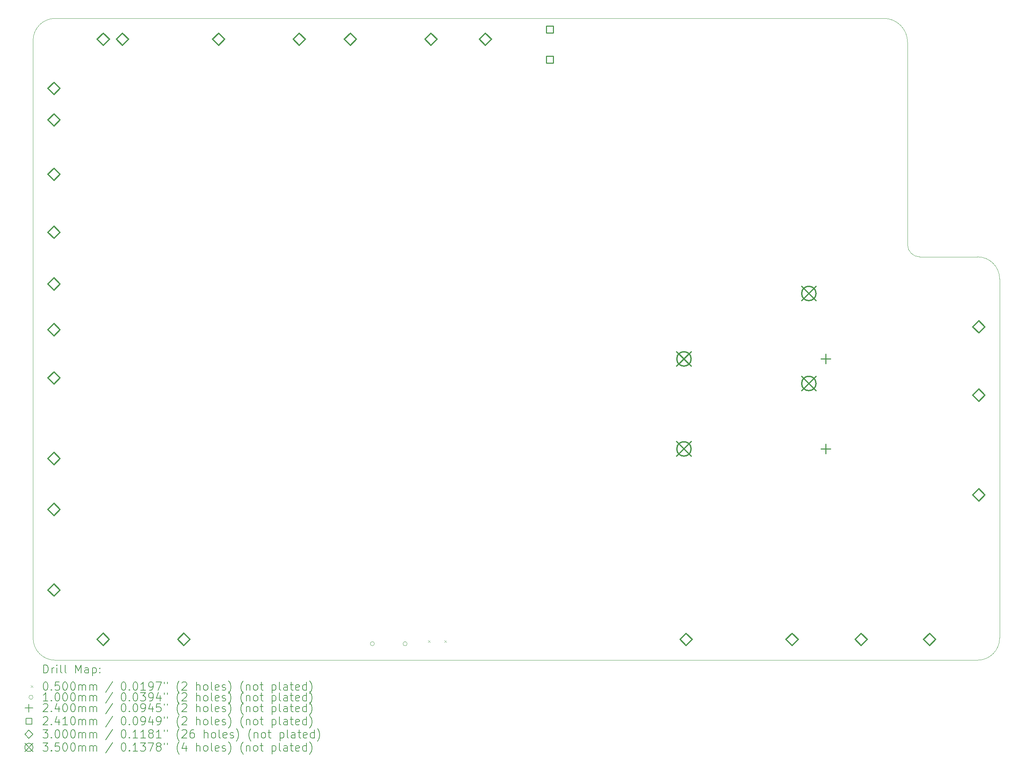
<source format=gbr>
%TF.GenerationSoftware,KiCad,Pcbnew,8.0.1*%
%TF.CreationDate,2024-06-07T19:27:23+03:00*%
%TF.ProjectId,impeller18,696d7065-6c6c-4657-9231-382e6b696361,rev?*%
%TF.SameCoordinates,Original*%
%TF.FileFunction,Drillmap*%
%TF.FilePolarity,Positive*%
%FSLAX45Y45*%
G04 Gerber Fmt 4.5, Leading zero omitted, Abs format (unit mm)*
G04 Created by KiCad (PCBNEW 8.0.1) date 2024-06-07 19:27:23*
%MOMM*%
%LPD*%
G01*
G04 APERTURE LIST*
%ADD10C,0.050000*%
%ADD11C,0.200000*%
%ADD12C,0.100000*%
%ADD13C,0.240000*%
%ADD14C,0.241000*%
%ADD15C,0.300000*%
%ADD16C,0.350000*%
G04 APERTURE END LIST*
D10*
X29767600Y-5910600D02*
X29767600Y-10860600D01*
X30067600Y-11160600D02*
X31477800Y-11160600D01*
X29187600Y-5330600D02*
G75*
G02*
X29767600Y-5910600I0J-580000D01*
G01*
X31477800Y-11160600D02*
G75*
G02*
X32017600Y-11700400I0J-539800D01*
G01*
X8410300Y-20480800D02*
X8410300Y-5870400D01*
X32017600Y-11700400D02*
X32017600Y-20480800D01*
X31477800Y-21020600D02*
X8950100Y-21020600D01*
X32017600Y-20480800D02*
G75*
G02*
X31477800Y-21020600I-539800J0D01*
G01*
X8410300Y-5870400D02*
G75*
G02*
X8950100Y-5330600I539800J0D01*
G01*
X30067600Y-11160600D02*
G75*
G02*
X29767600Y-10860600I0J300000D01*
G01*
X8950100Y-21020600D02*
G75*
G02*
X8410300Y-20480800I0J539800D01*
G01*
X8950100Y-5330600D02*
X29187600Y-5330600D01*
D11*
D12*
X18055600Y-20533300D02*
X18105600Y-20583300D01*
X18105600Y-20533300D02*
X18055600Y-20583300D01*
X18455600Y-20533300D02*
X18505600Y-20583300D01*
X18505600Y-20533300D02*
X18455600Y-20583300D01*
X16745800Y-20617700D02*
G75*
G02*
X16645800Y-20617700I-50000J0D01*
G01*
X16645800Y-20617700D02*
G75*
G02*
X16745800Y-20617700I50000J0D01*
G01*
X17545800Y-20617700D02*
G75*
G02*
X17445800Y-20617700I-50000J0D01*
G01*
X17445800Y-20617700D02*
G75*
G02*
X17545800Y-20617700I50000J0D01*
G01*
D13*
X27767500Y-13535300D02*
X27767500Y-13775300D01*
X27647500Y-13655300D02*
X27887500Y-13655300D01*
X27767500Y-15735300D02*
X27767500Y-15975300D01*
X27647500Y-15855300D02*
X27887500Y-15855300D01*
D14*
X21117707Y-5689807D02*
X21117707Y-5519393D01*
X20947293Y-5519393D01*
X20947293Y-5689807D01*
X21117707Y-5689807D01*
X21117707Y-6419807D02*
X21117707Y-6249393D01*
X20947293Y-6249393D01*
X20947293Y-6419807D01*
X21117707Y-6419807D01*
D15*
X8919900Y-7192600D02*
X9069900Y-7042600D01*
X8919900Y-6892600D01*
X8769900Y-7042600D01*
X8919900Y-7192600D01*
X8919900Y-7962600D02*
X9069900Y-7812600D01*
X8919900Y-7662600D01*
X8769900Y-7812600D01*
X8919900Y-7962600D01*
X8919900Y-9293600D02*
X9069900Y-9143600D01*
X8919900Y-8993600D01*
X8769900Y-9143600D01*
X8919900Y-9293600D01*
X8919900Y-10708600D02*
X9069900Y-10558600D01*
X8919900Y-10408600D01*
X8769900Y-10558600D01*
X8919900Y-10708600D01*
X8919900Y-11974600D02*
X9069900Y-11824600D01*
X8919900Y-11674600D01*
X8769900Y-11824600D01*
X8919900Y-11974600D01*
X8919900Y-13090600D02*
X9069900Y-12940600D01*
X8919900Y-12790600D01*
X8769900Y-12940600D01*
X8919900Y-13090600D01*
X8919900Y-14270600D02*
X9069900Y-14120600D01*
X8919900Y-13970600D01*
X8769900Y-14120600D01*
X8919900Y-14270600D01*
X8919900Y-16240600D02*
X9069900Y-16090600D01*
X8919900Y-15940600D01*
X8769900Y-16090600D01*
X8919900Y-16240600D01*
X8919900Y-17486600D02*
X9069900Y-17336600D01*
X8919900Y-17186600D01*
X8769900Y-17336600D01*
X8919900Y-17486600D01*
X8919900Y-19456600D02*
X9069900Y-19306600D01*
X8919900Y-19156600D01*
X8769900Y-19306600D01*
X8919900Y-19456600D01*
X10122900Y-20661600D02*
X10272900Y-20511600D01*
X10122900Y-20361600D01*
X9972900Y-20511600D01*
X10122900Y-20661600D01*
X10124900Y-5990600D02*
X10274900Y-5840600D01*
X10124900Y-5690600D01*
X9974900Y-5840600D01*
X10124900Y-5990600D01*
X10594900Y-5990600D02*
X10744900Y-5840600D01*
X10594900Y-5690600D01*
X10444900Y-5840600D01*
X10594900Y-5990600D01*
X12092900Y-20661600D02*
X12242900Y-20511600D01*
X12092900Y-20361600D01*
X11942900Y-20511600D01*
X12092900Y-20661600D01*
X12942600Y-5990600D02*
X13092600Y-5840600D01*
X12942600Y-5690600D01*
X12792600Y-5840600D01*
X12942600Y-5990600D01*
X14912600Y-5990600D02*
X15062600Y-5840600D01*
X14912600Y-5690600D01*
X14762600Y-5840600D01*
X14912600Y-5990600D01*
X16158600Y-5990600D02*
X16308600Y-5840600D01*
X16158600Y-5690600D01*
X16008600Y-5840600D01*
X16158600Y-5990600D01*
X18128600Y-5990600D02*
X18278600Y-5840600D01*
X18128600Y-5690600D01*
X17978600Y-5840600D01*
X18128600Y-5990600D01*
X19458600Y-5990600D02*
X19608600Y-5840600D01*
X19458600Y-5690600D01*
X19308600Y-5840600D01*
X19458600Y-5990600D01*
X24359700Y-20663100D02*
X24509700Y-20513100D01*
X24359700Y-20363100D01*
X24209700Y-20513100D01*
X24359700Y-20663100D01*
X26947150Y-20663100D02*
X27097150Y-20513100D01*
X26947150Y-20363100D01*
X26797150Y-20513100D01*
X26947150Y-20663100D01*
X28636300Y-20663100D02*
X28786300Y-20513100D01*
X28636300Y-20363100D01*
X28486300Y-20513100D01*
X28636300Y-20663100D01*
X30306300Y-20663100D02*
X30456300Y-20513100D01*
X30306300Y-20363100D01*
X30156300Y-20513100D01*
X30306300Y-20663100D01*
X31509800Y-17129800D02*
X31659800Y-16979800D01*
X31509800Y-16829800D01*
X31359800Y-16979800D01*
X31509800Y-17129800D01*
X31510100Y-13021900D02*
X31660100Y-12871900D01*
X31510100Y-12721900D01*
X31360100Y-12871900D01*
X31510100Y-13021900D01*
X31510100Y-14691900D02*
X31660100Y-14541900D01*
X31510100Y-14391900D01*
X31360100Y-14541900D01*
X31510100Y-14691900D01*
D16*
X24132500Y-13480300D02*
X24482500Y-13830300D01*
X24482500Y-13480300D02*
X24132500Y-13830300D01*
X24482500Y-13655300D02*
G75*
G02*
X24132500Y-13655300I-175000J0D01*
G01*
X24132500Y-13655300D02*
G75*
G02*
X24482500Y-13655300I175000J0D01*
G01*
X24132500Y-15680300D02*
X24482500Y-16030300D01*
X24482500Y-15680300D02*
X24132500Y-16030300D01*
X24482500Y-15855300D02*
G75*
G02*
X24132500Y-15855300I-175000J0D01*
G01*
X24132500Y-15855300D02*
G75*
G02*
X24482500Y-15855300I175000J0D01*
G01*
X27182500Y-11880300D02*
X27532500Y-12230300D01*
X27532500Y-11880300D02*
X27182500Y-12230300D01*
X27532500Y-12055300D02*
G75*
G02*
X27182500Y-12055300I-175000J0D01*
G01*
X27182500Y-12055300D02*
G75*
G02*
X27532500Y-12055300I175000J0D01*
G01*
X27182500Y-14080300D02*
X27532500Y-14430300D01*
X27532500Y-14080300D02*
X27182500Y-14430300D01*
X27532500Y-14255300D02*
G75*
G02*
X27182500Y-14255300I-175000J0D01*
G01*
X27182500Y-14255300D02*
G75*
G02*
X27532500Y-14255300I175000J0D01*
G01*
D11*
X8668577Y-21334584D02*
X8668577Y-21134584D01*
X8668577Y-21134584D02*
X8716196Y-21134584D01*
X8716196Y-21134584D02*
X8744767Y-21144108D01*
X8744767Y-21144108D02*
X8763815Y-21163155D01*
X8763815Y-21163155D02*
X8773339Y-21182203D01*
X8773339Y-21182203D02*
X8782862Y-21220298D01*
X8782862Y-21220298D02*
X8782862Y-21248870D01*
X8782862Y-21248870D02*
X8773339Y-21286965D01*
X8773339Y-21286965D02*
X8763815Y-21306012D01*
X8763815Y-21306012D02*
X8744767Y-21325060D01*
X8744767Y-21325060D02*
X8716196Y-21334584D01*
X8716196Y-21334584D02*
X8668577Y-21334584D01*
X8868577Y-21334584D02*
X8868577Y-21201251D01*
X8868577Y-21239346D02*
X8878100Y-21220298D01*
X8878100Y-21220298D02*
X8887624Y-21210774D01*
X8887624Y-21210774D02*
X8906672Y-21201251D01*
X8906672Y-21201251D02*
X8925720Y-21201251D01*
X8992386Y-21334584D02*
X8992386Y-21201251D01*
X8992386Y-21134584D02*
X8982862Y-21144108D01*
X8982862Y-21144108D02*
X8992386Y-21153632D01*
X8992386Y-21153632D02*
X9001910Y-21144108D01*
X9001910Y-21144108D02*
X8992386Y-21134584D01*
X8992386Y-21134584D02*
X8992386Y-21153632D01*
X9116196Y-21334584D02*
X9097148Y-21325060D01*
X9097148Y-21325060D02*
X9087624Y-21306012D01*
X9087624Y-21306012D02*
X9087624Y-21134584D01*
X9220958Y-21334584D02*
X9201910Y-21325060D01*
X9201910Y-21325060D02*
X9192386Y-21306012D01*
X9192386Y-21306012D02*
X9192386Y-21134584D01*
X9449529Y-21334584D02*
X9449529Y-21134584D01*
X9449529Y-21134584D02*
X9516196Y-21277441D01*
X9516196Y-21277441D02*
X9582862Y-21134584D01*
X9582862Y-21134584D02*
X9582862Y-21334584D01*
X9763815Y-21334584D02*
X9763815Y-21229822D01*
X9763815Y-21229822D02*
X9754291Y-21210774D01*
X9754291Y-21210774D02*
X9735243Y-21201251D01*
X9735243Y-21201251D02*
X9697148Y-21201251D01*
X9697148Y-21201251D02*
X9678100Y-21210774D01*
X9763815Y-21325060D02*
X9744767Y-21334584D01*
X9744767Y-21334584D02*
X9697148Y-21334584D01*
X9697148Y-21334584D02*
X9678100Y-21325060D01*
X9678100Y-21325060D02*
X9668577Y-21306012D01*
X9668577Y-21306012D02*
X9668577Y-21286965D01*
X9668577Y-21286965D02*
X9678100Y-21267917D01*
X9678100Y-21267917D02*
X9697148Y-21258393D01*
X9697148Y-21258393D02*
X9744767Y-21258393D01*
X9744767Y-21258393D02*
X9763815Y-21248870D01*
X9859053Y-21201251D02*
X9859053Y-21401251D01*
X9859053Y-21210774D02*
X9878100Y-21201251D01*
X9878100Y-21201251D02*
X9916196Y-21201251D01*
X9916196Y-21201251D02*
X9935243Y-21210774D01*
X9935243Y-21210774D02*
X9944767Y-21220298D01*
X9944767Y-21220298D02*
X9954291Y-21239346D01*
X9954291Y-21239346D02*
X9954291Y-21296489D01*
X9954291Y-21296489D02*
X9944767Y-21315536D01*
X9944767Y-21315536D02*
X9935243Y-21325060D01*
X9935243Y-21325060D02*
X9916196Y-21334584D01*
X9916196Y-21334584D02*
X9878100Y-21334584D01*
X9878100Y-21334584D02*
X9859053Y-21325060D01*
X10040005Y-21315536D02*
X10049529Y-21325060D01*
X10049529Y-21325060D02*
X10040005Y-21334584D01*
X10040005Y-21334584D02*
X10030481Y-21325060D01*
X10030481Y-21325060D02*
X10040005Y-21315536D01*
X10040005Y-21315536D02*
X10040005Y-21334584D01*
X10040005Y-21210774D02*
X10049529Y-21220298D01*
X10049529Y-21220298D02*
X10040005Y-21229822D01*
X10040005Y-21229822D02*
X10030481Y-21220298D01*
X10030481Y-21220298D02*
X10040005Y-21210774D01*
X10040005Y-21210774D02*
X10040005Y-21229822D01*
D12*
X8357800Y-21638100D02*
X8407800Y-21688100D01*
X8407800Y-21638100D02*
X8357800Y-21688100D01*
D11*
X8706672Y-21554584D02*
X8725720Y-21554584D01*
X8725720Y-21554584D02*
X8744767Y-21564108D01*
X8744767Y-21564108D02*
X8754291Y-21573632D01*
X8754291Y-21573632D02*
X8763815Y-21592679D01*
X8763815Y-21592679D02*
X8773339Y-21630774D01*
X8773339Y-21630774D02*
X8773339Y-21678393D01*
X8773339Y-21678393D02*
X8763815Y-21716489D01*
X8763815Y-21716489D02*
X8754291Y-21735536D01*
X8754291Y-21735536D02*
X8744767Y-21745060D01*
X8744767Y-21745060D02*
X8725720Y-21754584D01*
X8725720Y-21754584D02*
X8706672Y-21754584D01*
X8706672Y-21754584D02*
X8687624Y-21745060D01*
X8687624Y-21745060D02*
X8678100Y-21735536D01*
X8678100Y-21735536D02*
X8668577Y-21716489D01*
X8668577Y-21716489D02*
X8659053Y-21678393D01*
X8659053Y-21678393D02*
X8659053Y-21630774D01*
X8659053Y-21630774D02*
X8668577Y-21592679D01*
X8668577Y-21592679D02*
X8678100Y-21573632D01*
X8678100Y-21573632D02*
X8687624Y-21564108D01*
X8687624Y-21564108D02*
X8706672Y-21554584D01*
X8859053Y-21735536D02*
X8868577Y-21745060D01*
X8868577Y-21745060D02*
X8859053Y-21754584D01*
X8859053Y-21754584D02*
X8849529Y-21745060D01*
X8849529Y-21745060D02*
X8859053Y-21735536D01*
X8859053Y-21735536D02*
X8859053Y-21754584D01*
X9049529Y-21554584D02*
X8954291Y-21554584D01*
X8954291Y-21554584D02*
X8944767Y-21649822D01*
X8944767Y-21649822D02*
X8954291Y-21640298D01*
X8954291Y-21640298D02*
X8973339Y-21630774D01*
X8973339Y-21630774D02*
X9020958Y-21630774D01*
X9020958Y-21630774D02*
X9040005Y-21640298D01*
X9040005Y-21640298D02*
X9049529Y-21649822D01*
X9049529Y-21649822D02*
X9059053Y-21668870D01*
X9059053Y-21668870D02*
X9059053Y-21716489D01*
X9059053Y-21716489D02*
X9049529Y-21735536D01*
X9049529Y-21735536D02*
X9040005Y-21745060D01*
X9040005Y-21745060D02*
X9020958Y-21754584D01*
X9020958Y-21754584D02*
X8973339Y-21754584D01*
X8973339Y-21754584D02*
X8954291Y-21745060D01*
X8954291Y-21745060D02*
X8944767Y-21735536D01*
X9182862Y-21554584D02*
X9201910Y-21554584D01*
X9201910Y-21554584D02*
X9220958Y-21564108D01*
X9220958Y-21564108D02*
X9230481Y-21573632D01*
X9230481Y-21573632D02*
X9240005Y-21592679D01*
X9240005Y-21592679D02*
X9249529Y-21630774D01*
X9249529Y-21630774D02*
X9249529Y-21678393D01*
X9249529Y-21678393D02*
X9240005Y-21716489D01*
X9240005Y-21716489D02*
X9230481Y-21735536D01*
X9230481Y-21735536D02*
X9220958Y-21745060D01*
X9220958Y-21745060D02*
X9201910Y-21754584D01*
X9201910Y-21754584D02*
X9182862Y-21754584D01*
X9182862Y-21754584D02*
X9163815Y-21745060D01*
X9163815Y-21745060D02*
X9154291Y-21735536D01*
X9154291Y-21735536D02*
X9144767Y-21716489D01*
X9144767Y-21716489D02*
X9135243Y-21678393D01*
X9135243Y-21678393D02*
X9135243Y-21630774D01*
X9135243Y-21630774D02*
X9144767Y-21592679D01*
X9144767Y-21592679D02*
X9154291Y-21573632D01*
X9154291Y-21573632D02*
X9163815Y-21564108D01*
X9163815Y-21564108D02*
X9182862Y-21554584D01*
X9373339Y-21554584D02*
X9392386Y-21554584D01*
X9392386Y-21554584D02*
X9411434Y-21564108D01*
X9411434Y-21564108D02*
X9420958Y-21573632D01*
X9420958Y-21573632D02*
X9430481Y-21592679D01*
X9430481Y-21592679D02*
X9440005Y-21630774D01*
X9440005Y-21630774D02*
X9440005Y-21678393D01*
X9440005Y-21678393D02*
X9430481Y-21716489D01*
X9430481Y-21716489D02*
X9420958Y-21735536D01*
X9420958Y-21735536D02*
X9411434Y-21745060D01*
X9411434Y-21745060D02*
X9392386Y-21754584D01*
X9392386Y-21754584D02*
X9373339Y-21754584D01*
X9373339Y-21754584D02*
X9354291Y-21745060D01*
X9354291Y-21745060D02*
X9344767Y-21735536D01*
X9344767Y-21735536D02*
X9335243Y-21716489D01*
X9335243Y-21716489D02*
X9325720Y-21678393D01*
X9325720Y-21678393D02*
X9325720Y-21630774D01*
X9325720Y-21630774D02*
X9335243Y-21592679D01*
X9335243Y-21592679D02*
X9344767Y-21573632D01*
X9344767Y-21573632D02*
X9354291Y-21564108D01*
X9354291Y-21564108D02*
X9373339Y-21554584D01*
X9525720Y-21754584D02*
X9525720Y-21621251D01*
X9525720Y-21640298D02*
X9535243Y-21630774D01*
X9535243Y-21630774D02*
X9554291Y-21621251D01*
X9554291Y-21621251D02*
X9582862Y-21621251D01*
X9582862Y-21621251D02*
X9601910Y-21630774D01*
X9601910Y-21630774D02*
X9611434Y-21649822D01*
X9611434Y-21649822D02*
X9611434Y-21754584D01*
X9611434Y-21649822D02*
X9620958Y-21630774D01*
X9620958Y-21630774D02*
X9640005Y-21621251D01*
X9640005Y-21621251D02*
X9668577Y-21621251D01*
X9668577Y-21621251D02*
X9687624Y-21630774D01*
X9687624Y-21630774D02*
X9697148Y-21649822D01*
X9697148Y-21649822D02*
X9697148Y-21754584D01*
X9792386Y-21754584D02*
X9792386Y-21621251D01*
X9792386Y-21640298D02*
X9801910Y-21630774D01*
X9801910Y-21630774D02*
X9820958Y-21621251D01*
X9820958Y-21621251D02*
X9849529Y-21621251D01*
X9849529Y-21621251D02*
X9868577Y-21630774D01*
X9868577Y-21630774D02*
X9878101Y-21649822D01*
X9878101Y-21649822D02*
X9878101Y-21754584D01*
X9878101Y-21649822D02*
X9887624Y-21630774D01*
X9887624Y-21630774D02*
X9906672Y-21621251D01*
X9906672Y-21621251D02*
X9935243Y-21621251D01*
X9935243Y-21621251D02*
X9954291Y-21630774D01*
X9954291Y-21630774D02*
X9963815Y-21649822D01*
X9963815Y-21649822D02*
X9963815Y-21754584D01*
X10354291Y-21545060D02*
X10182863Y-21802203D01*
X10611434Y-21554584D02*
X10630482Y-21554584D01*
X10630482Y-21554584D02*
X10649529Y-21564108D01*
X10649529Y-21564108D02*
X10659053Y-21573632D01*
X10659053Y-21573632D02*
X10668577Y-21592679D01*
X10668577Y-21592679D02*
X10678101Y-21630774D01*
X10678101Y-21630774D02*
X10678101Y-21678393D01*
X10678101Y-21678393D02*
X10668577Y-21716489D01*
X10668577Y-21716489D02*
X10659053Y-21735536D01*
X10659053Y-21735536D02*
X10649529Y-21745060D01*
X10649529Y-21745060D02*
X10630482Y-21754584D01*
X10630482Y-21754584D02*
X10611434Y-21754584D01*
X10611434Y-21754584D02*
X10592386Y-21745060D01*
X10592386Y-21745060D02*
X10582863Y-21735536D01*
X10582863Y-21735536D02*
X10573339Y-21716489D01*
X10573339Y-21716489D02*
X10563815Y-21678393D01*
X10563815Y-21678393D02*
X10563815Y-21630774D01*
X10563815Y-21630774D02*
X10573339Y-21592679D01*
X10573339Y-21592679D02*
X10582863Y-21573632D01*
X10582863Y-21573632D02*
X10592386Y-21564108D01*
X10592386Y-21564108D02*
X10611434Y-21554584D01*
X10763815Y-21735536D02*
X10773339Y-21745060D01*
X10773339Y-21745060D02*
X10763815Y-21754584D01*
X10763815Y-21754584D02*
X10754291Y-21745060D01*
X10754291Y-21745060D02*
X10763815Y-21735536D01*
X10763815Y-21735536D02*
X10763815Y-21754584D01*
X10897148Y-21554584D02*
X10916196Y-21554584D01*
X10916196Y-21554584D02*
X10935244Y-21564108D01*
X10935244Y-21564108D02*
X10944767Y-21573632D01*
X10944767Y-21573632D02*
X10954291Y-21592679D01*
X10954291Y-21592679D02*
X10963815Y-21630774D01*
X10963815Y-21630774D02*
X10963815Y-21678393D01*
X10963815Y-21678393D02*
X10954291Y-21716489D01*
X10954291Y-21716489D02*
X10944767Y-21735536D01*
X10944767Y-21735536D02*
X10935244Y-21745060D01*
X10935244Y-21745060D02*
X10916196Y-21754584D01*
X10916196Y-21754584D02*
X10897148Y-21754584D01*
X10897148Y-21754584D02*
X10878101Y-21745060D01*
X10878101Y-21745060D02*
X10868577Y-21735536D01*
X10868577Y-21735536D02*
X10859053Y-21716489D01*
X10859053Y-21716489D02*
X10849529Y-21678393D01*
X10849529Y-21678393D02*
X10849529Y-21630774D01*
X10849529Y-21630774D02*
X10859053Y-21592679D01*
X10859053Y-21592679D02*
X10868577Y-21573632D01*
X10868577Y-21573632D02*
X10878101Y-21564108D01*
X10878101Y-21564108D02*
X10897148Y-21554584D01*
X11154291Y-21754584D02*
X11040005Y-21754584D01*
X11097148Y-21754584D02*
X11097148Y-21554584D01*
X11097148Y-21554584D02*
X11078101Y-21583155D01*
X11078101Y-21583155D02*
X11059053Y-21602203D01*
X11059053Y-21602203D02*
X11040005Y-21611727D01*
X11249529Y-21754584D02*
X11287624Y-21754584D01*
X11287624Y-21754584D02*
X11306672Y-21745060D01*
X11306672Y-21745060D02*
X11316196Y-21735536D01*
X11316196Y-21735536D02*
X11335243Y-21706965D01*
X11335243Y-21706965D02*
X11344767Y-21668870D01*
X11344767Y-21668870D02*
X11344767Y-21592679D01*
X11344767Y-21592679D02*
X11335243Y-21573632D01*
X11335243Y-21573632D02*
X11325720Y-21564108D01*
X11325720Y-21564108D02*
X11306672Y-21554584D01*
X11306672Y-21554584D02*
X11268577Y-21554584D01*
X11268577Y-21554584D02*
X11249529Y-21564108D01*
X11249529Y-21564108D02*
X11240005Y-21573632D01*
X11240005Y-21573632D02*
X11230482Y-21592679D01*
X11230482Y-21592679D02*
X11230482Y-21640298D01*
X11230482Y-21640298D02*
X11240005Y-21659346D01*
X11240005Y-21659346D02*
X11249529Y-21668870D01*
X11249529Y-21668870D02*
X11268577Y-21678393D01*
X11268577Y-21678393D02*
X11306672Y-21678393D01*
X11306672Y-21678393D02*
X11325720Y-21668870D01*
X11325720Y-21668870D02*
X11335243Y-21659346D01*
X11335243Y-21659346D02*
X11344767Y-21640298D01*
X11411434Y-21554584D02*
X11544767Y-21554584D01*
X11544767Y-21554584D02*
X11459053Y-21754584D01*
X11611434Y-21554584D02*
X11611434Y-21592679D01*
X11687624Y-21554584D02*
X11687624Y-21592679D01*
X11982863Y-21830774D02*
X11973339Y-21821251D01*
X11973339Y-21821251D02*
X11954291Y-21792679D01*
X11954291Y-21792679D02*
X11944767Y-21773632D01*
X11944767Y-21773632D02*
X11935244Y-21745060D01*
X11935244Y-21745060D02*
X11925720Y-21697441D01*
X11925720Y-21697441D02*
X11925720Y-21659346D01*
X11925720Y-21659346D02*
X11935244Y-21611727D01*
X11935244Y-21611727D02*
X11944767Y-21583155D01*
X11944767Y-21583155D02*
X11954291Y-21564108D01*
X11954291Y-21564108D02*
X11973339Y-21535536D01*
X11973339Y-21535536D02*
X11982863Y-21526012D01*
X12049529Y-21573632D02*
X12059053Y-21564108D01*
X12059053Y-21564108D02*
X12078101Y-21554584D01*
X12078101Y-21554584D02*
X12125720Y-21554584D01*
X12125720Y-21554584D02*
X12144767Y-21564108D01*
X12144767Y-21564108D02*
X12154291Y-21573632D01*
X12154291Y-21573632D02*
X12163815Y-21592679D01*
X12163815Y-21592679D02*
X12163815Y-21611727D01*
X12163815Y-21611727D02*
X12154291Y-21640298D01*
X12154291Y-21640298D02*
X12040005Y-21754584D01*
X12040005Y-21754584D02*
X12163815Y-21754584D01*
X12401910Y-21754584D02*
X12401910Y-21554584D01*
X12487625Y-21754584D02*
X12487625Y-21649822D01*
X12487625Y-21649822D02*
X12478101Y-21630774D01*
X12478101Y-21630774D02*
X12459053Y-21621251D01*
X12459053Y-21621251D02*
X12430482Y-21621251D01*
X12430482Y-21621251D02*
X12411434Y-21630774D01*
X12411434Y-21630774D02*
X12401910Y-21640298D01*
X12611434Y-21754584D02*
X12592386Y-21745060D01*
X12592386Y-21745060D02*
X12582863Y-21735536D01*
X12582863Y-21735536D02*
X12573339Y-21716489D01*
X12573339Y-21716489D02*
X12573339Y-21659346D01*
X12573339Y-21659346D02*
X12582863Y-21640298D01*
X12582863Y-21640298D02*
X12592386Y-21630774D01*
X12592386Y-21630774D02*
X12611434Y-21621251D01*
X12611434Y-21621251D02*
X12640006Y-21621251D01*
X12640006Y-21621251D02*
X12659053Y-21630774D01*
X12659053Y-21630774D02*
X12668577Y-21640298D01*
X12668577Y-21640298D02*
X12678101Y-21659346D01*
X12678101Y-21659346D02*
X12678101Y-21716489D01*
X12678101Y-21716489D02*
X12668577Y-21735536D01*
X12668577Y-21735536D02*
X12659053Y-21745060D01*
X12659053Y-21745060D02*
X12640006Y-21754584D01*
X12640006Y-21754584D02*
X12611434Y-21754584D01*
X12792386Y-21754584D02*
X12773339Y-21745060D01*
X12773339Y-21745060D02*
X12763815Y-21726012D01*
X12763815Y-21726012D02*
X12763815Y-21554584D01*
X12944767Y-21745060D02*
X12925720Y-21754584D01*
X12925720Y-21754584D02*
X12887625Y-21754584D01*
X12887625Y-21754584D02*
X12868577Y-21745060D01*
X12868577Y-21745060D02*
X12859053Y-21726012D01*
X12859053Y-21726012D02*
X12859053Y-21649822D01*
X12859053Y-21649822D02*
X12868577Y-21630774D01*
X12868577Y-21630774D02*
X12887625Y-21621251D01*
X12887625Y-21621251D02*
X12925720Y-21621251D01*
X12925720Y-21621251D02*
X12944767Y-21630774D01*
X12944767Y-21630774D02*
X12954291Y-21649822D01*
X12954291Y-21649822D02*
X12954291Y-21668870D01*
X12954291Y-21668870D02*
X12859053Y-21687917D01*
X13030482Y-21745060D02*
X13049529Y-21754584D01*
X13049529Y-21754584D02*
X13087625Y-21754584D01*
X13087625Y-21754584D02*
X13106672Y-21745060D01*
X13106672Y-21745060D02*
X13116196Y-21726012D01*
X13116196Y-21726012D02*
X13116196Y-21716489D01*
X13116196Y-21716489D02*
X13106672Y-21697441D01*
X13106672Y-21697441D02*
X13087625Y-21687917D01*
X13087625Y-21687917D02*
X13059053Y-21687917D01*
X13059053Y-21687917D02*
X13040006Y-21678393D01*
X13040006Y-21678393D02*
X13030482Y-21659346D01*
X13030482Y-21659346D02*
X13030482Y-21649822D01*
X13030482Y-21649822D02*
X13040006Y-21630774D01*
X13040006Y-21630774D02*
X13059053Y-21621251D01*
X13059053Y-21621251D02*
X13087625Y-21621251D01*
X13087625Y-21621251D02*
X13106672Y-21630774D01*
X13182863Y-21830774D02*
X13192387Y-21821251D01*
X13192387Y-21821251D02*
X13211434Y-21792679D01*
X13211434Y-21792679D02*
X13220958Y-21773632D01*
X13220958Y-21773632D02*
X13230482Y-21745060D01*
X13230482Y-21745060D02*
X13240006Y-21697441D01*
X13240006Y-21697441D02*
X13240006Y-21659346D01*
X13240006Y-21659346D02*
X13230482Y-21611727D01*
X13230482Y-21611727D02*
X13220958Y-21583155D01*
X13220958Y-21583155D02*
X13211434Y-21564108D01*
X13211434Y-21564108D02*
X13192387Y-21535536D01*
X13192387Y-21535536D02*
X13182863Y-21526012D01*
X13544768Y-21830774D02*
X13535244Y-21821251D01*
X13535244Y-21821251D02*
X13516196Y-21792679D01*
X13516196Y-21792679D02*
X13506672Y-21773632D01*
X13506672Y-21773632D02*
X13497148Y-21745060D01*
X13497148Y-21745060D02*
X13487625Y-21697441D01*
X13487625Y-21697441D02*
X13487625Y-21659346D01*
X13487625Y-21659346D02*
X13497148Y-21611727D01*
X13497148Y-21611727D02*
X13506672Y-21583155D01*
X13506672Y-21583155D02*
X13516196Y-21564108D01*
X13516196Y-21564108D02*
X13535244Y-21535536D01*
X13535244Y-21535536D02*
X13544768Y-21526012D01*
X13620958Y-21621251D02*
X13620958Y-21754584D01*
X13620958Y-21640298D02*
X13630482Y-21630774D01*
X13630482Y-21630774D02*
X13649529Y-21621251D01*
X13649529Y-21621251D02*
X13678101Y-21621251D01*
X13678101Y-21621251D02*
X13697148Y-21630774D01*
X13697148Y-21630774D02*
X13706672Y-21649822D01*
X13706672Y-21649822D02*
X13706672Y-21754584D01*
X13830482Y-21754584D02*
X13811434Y-21745060D01*
X13811434Y-21745060D02*
X13801910Y-21735536D01*
X13801910Y-21735536D02*
X13792387Y-21716489D01*
X13792387Y-21716489D02*
X13792387Y-21659346D01*
X13792387Y-21659346D02*
X13801910Y-21640298D01*
X13801910Y-21640298D02*
X13811434Y-21630774D01*
X13811434Y-21630774D02*
X13830482Y-21621251D01*
X13830482Y-21621251D02*
X13859053Y-21621251D01*
X13859053Y-21621251D02*
X13878101Y-21630774D01*
X13878101Y-21630774D02*
X13887625Y-21640298D01*
X13887625Y-21640298D02*
X13897148Y-21659346D01*
X13897148Y-21659346D02*
X13897148Y-21716489D01*
X13897148Y-21716489D02*
X13887625Y-21735536D01*
X13887625Y-21735536D02*
X13878101Y-21745060D01*
X13878101Y-21745060D02*
X13859053Y-21754584D01*
X13859053Y-21754584D02*
X13830482Y-21754584D01*
X13954291Y-21621251D02*
X14030482Y-21621251D01*
X13982863Y-21554584D02*
X13982863Y-21726012D01*
X13982863Y-21726012D02*
X13992387Y-21745060D01*
X13992387Y-21745060D02*
X14011434Y-21754584D01*
X14011434Y-21754584D02*
X14030482Y-21754584D01*
X14249529Y-21621251D02*
X14249529Y-21821251D01*
X14249529Y-21630774D02*
X14268577Y-21621251D01*
X14268577Y-21621251D02*
X14306672Y-21621251D01*
X14306672Y-21621251D02*
X14325720Y-21630774D01*
X14325720Y-21630774D02*
X14335244Y-21640298D01*
X14335244Y-21640298D02*
X14344768Y-21659346D01*
X14344768Y-21659346D02*
X14344768Y-21716489D01*
X14344768Y-21716489D02*
X14335244Y-21735536D01*
X14335244Y-21735536D02*
X14325720Y-21745060D01*
X14325720Y-21745060D02*
X14306672Y-21754584D01*
X14306672Y-21754584D02*
X14268577Y-21754584D01*
X14268577Y-21754584D02*
X14249529Y-21745060D01*
X14459053Y-21754584D02*
X14440006Y-21745060D01*
X14440006Y-21745060D02*
X14430482Y-21726012D01*
X14430482Y-21726012D02*
X14430482Y-21554584D01*
X14620958Y-21754584D02*
X14620958Y-21649822D01*
X14620958Y-21649822D02*
X14611434Y-21630774D01*
X14611434Y-21630774D02*
X14592387Y-21621251D01*
X14592387Y-21621251D02*
X14554291Y-21621251D01*
X14554291Y-21621251D02*
X14535244Y-21630774D01*
X14620958Y-21745060D02*
X14601910Y-21754584D01*
X14601910Y-21754584D02*
X14554291Y-21754584D01*
X14554291Y-21754584D02*
X14535244Y-21745060D01*
X14535244Y-21745060D02*
X14525720Y-21726012D01*
X14525720Y-21726012D02*
X14525720Y-21706965D01*
X14525720Y-21706965D02*
X14535244Y-21687917D01*
X14535244Y-21687917D02*
X14554291Y-21678393D01*
X14554291Y-21678393D02*
X14601910Y-21678393D01*
X14601910Y-21678393D02*
X14620958Y-21668870D01*
X14687625Y-21621251D02*
X14763815Y-21621251D01*
X14716196Y-21554584D02*
X14716196Y-21726012D01*
X14716196Y-21726012D02*
X14725720Y-21745060D01*
X14725720Y-21745060D02*
X14744768Y-21754584D01*
X14744768Y-21754584D02*
X14763815Y-21754584D01*
X14906672Y-21745060D02*
X14887625Y-21754584D01*
X14887625Y-21754584D02*
X14849529Y-21754584D01*
X14849529Y-21754584D02*
X14830482Y-21745060D01*
X14830482Y-21745060D02*
X14820958Y-21726012D01*
X14820958Y-21726012D02*
X14820958Y-21649822D01*
X14820958Y-21649822D02*
X14830482Y-21630774D01*
X14830482Y-21630774D02*
X14849529Y-21621251D01*
X14849529Y-21621251D02*
X14887625Y-21621251D01*
X14887625Y-21621251D02*
X14906672Y-21630774D01*
X14906672Y-21630774D02*
X14916196Y-21649822D01*
X14916196Y-21649822D02*
X14916196Y-21668870D01*
X14916196Y-21668870D02*
X14820958Y-21687917D01*
X15087625Y-21754584D02*
X15087625Y-21554584D01*
X15087625Y-21745060D02*
X15068577Y-21754584D01*
X15068577Y-21754584D02*
X15030482Y-21754584D01*
X15030482Y-21754584D02*
X15011434Y-21745060D01*
X15011434Y-21745060D02*
X15001910Y-21735536D01*
X15001910Y-21735536D02*
X14992387Y-21716489D01*
X14992387Y-21716489D02*
X14992387Y-21659346D01*
X14992387Y-21659346D02*
X15001910Y-21640298D01*
X15001910Y-21640298D02*
X15011434Y-21630774D01*
X15011434Y-21630774D02*
X15030482Y-21621251D01*
X15030482Y-21621251D02*
X15068577Y-21621251D01*
X15068577Y-21621251D02*
X15087625Y-21630774D01*
X15163815Y-21830774D02*
X15173339Y-21821251D01*
X15173339Y-21821251D02*
X15192387Y-21792679D01*
X15192387Y-21792679D02*
X15201910Y-21773632D01*
X15201910Y-21773632D02*
X15211434Y-21745060D01*
X15211434Y-21745060D02*
X15220958Y-21697441D01*
X15220958Y-21697441D02*
X15220958Y-21659346D01*
X15220958Y-21659346D02*
X15211434Y-21611727D01*
X15211434Y-21611727D02*
X15201910Y-21583155D01*
X15201910Y-21583155D02*
X15192387Y-21564108D01*
X15192387Y-21564108D02*
X15173339Y-21535536D01*
X15173339Y-21535536D02*
X15163815Y-21526012D01*
D12*
X8407800Y-21927100D02*
G75*
G02*
X8307800Y-21927100I-50000J0D01*
G01*
X8307800Y-21927100D02*
G75*
G02*
X8407800Y-21927100I50000J0D01*
G01*
D11*
X8773339Y-22018584D02*
X8659053Y-22018584D01*
X8716196Y-22018584D02*
X8716196Y-21818584D01*
X8716196Y-21818584D02*
X8697148Y-21847155D01*
X8697148Y-21847155D02*
X8678100Y-21866203D01*
X8678100Y-21866203D02*
X8659053Y-21875727D01*
X8859053Y-21999536D02*
X8868577Y-22009060D01*
X8868577Y-22009060D02*
X8859053Y-22018584D01*
X8859053Y-22018584D02*
X8849529Y-22009060D01*
X8849529Y-22009060D02*
X8859053Y-21999536D01*
X8859053Y-21999536D02*
X8859053Y-22018584D01*
X8992386Y-21818584D02*
X9011434Y-21818584D01*
X9011434Y-21818584D02*
X9030481Y-21828108D01*
X9030481Y-21828108D02*
X9040005Y-21837632D01*
X9040005Y-21837632D02*
X9049529Y-21856679D01*
X9049529Y-21856679D02*
X9059053Y-21894774D01*
X9059053Y-21894774D02*
X9059053Y-21942393D01*
X9059053Y-21942393D02*
X9049529Y-21980489D01*
X9049529Y-21980489D02*
X9040005Y-21999536D01*
X9040005Y-21999536D02*
X9030481Y-22009060D01*
X9030481Y-22009060D02*
X9011434Y-22018584D01*
X9011434Y-22018584D02*
X8992386Y-22018584D01*
X8992386Y-22018584D02*
X8973339Y-22009060D01*
X8973339Y-22009060D02*
X8963815Y-21999536D01*
X8963815Y-21999536D02*
X8954291Y-21980489D01*
X8954291Y-21980489D02*
X8944767Y-21942393D01*
X8944767Y-21942393D02*
X8944767Y-21894774D01*
X8944767Y-21894774D02*
X8954291Y-21856679D01*
X8954291Y-21856679D02*
X8963815Y-21837632D01*
X8963815Y-21837632D02*
X8973339Y-21828108D01*
X8973339Y-21828108D02*
X8992386Y-21818584D01*
X9182862Y-21818584D02*
X9201910Y-21818584D01*
X9201910Y-21818584D02*
X9220958Y-21828108D01*
X9220958Y-21828108D02*
X9230481Y-21837632D01*
X9230481Y-21837632D02*
X9240005Y-21856679D01*
X9240005Y-21856679D02*
X9249529Y-21894774D01*
X9249529Y-21894774D02*
X9249529Y-21942393D01*
X9249529Y-21942393D02*
X9240005Y-21980489D01*
X9240005Y-21980489D02*
X9230481Y-21999536D01*
X9230481Y-21999536D02*
X9220958Y-22009060D01*
X9220958Y-22009060D02*
X9201910Y-22018584D01*
X9201910Y-22018584D02*
X9182862Y-22018584D01*
X9182862Y-22018584D02*
X9163815Y-22009060D01*
X9163815Y-22009060D02*
X9154291Y-21999536D01*
X9154291Y-21999536D02*
X9144767Y-21980489D01*
X9144767Y-21980489D02*
X9135243Y-21942393D01*
X9135243Y-21942393D02*
X9135243Y-21894774D01*
X9135243Y-21894774D02*
X9144767Y-21856679D01*
X9144767Y-21856679D02*
X9154291Y-21837632D01*
X9154291Y-21837632D02*
X9163815Y-21828108D01*
X9163815Y-21828108D02*
X9182862Y-21818584D01*
X9373339Y-21818584D02*
X9392386Y-21818584D01*
X9392386Y-21818584D02*
X9411434Y-21828108D01*
X9411434Y-21828108D02*
X9420958Y-21837632D01*
X9420958Y-21837632D02*
X9430481Y-21856679D01*
X9430481Y-21856679D02*
X9440005Y-21894774D01*
X9440005Y-21894774D02*
X9440005Y-21942393D01*
X9440005Y-21942393D02*
X9430481Y-21980489D01*
X9430481Y-21980489D02*
X9420958Y-21999536D01*
X9420958Y-21999536D02*
X9411434Y-22009060D01*
X9411434Y-22009060D02*
X9392386Y-22018584D01*
X9392386Y-22018584D02*
X9373339Y-22018584D01*
X9373339Y-22018584D02*
X9354291Y-22009060D01*
X9354291Y-22009060D02*
X9344767Y-21999536D01*
X9344767Y-21999536D02*
X9335243Y-21980489D01*
X9335243Y-21980489D02*
X9325720Y-21942393D01*
X9325720Y-21942393D02*
X9325720Y-21894774D01*
X9325720Y-21894774D02*
X9335243Y-21856679D01*
X9335243Y-21856679D02*
X9344767Y-21837632D01*
X9344767Y-21837632D02*
X9354291Y-21828108D01*
X9354291Y-21828108D02*
X9373339Y-21818584D01*
X9525720Y-22018584D02*
X9525720Y-21885251D01*
X9525720Y-21904298D02*
X9535243Y-21894774D01*
X9535243Y-21894774D02*
X9554291Y-21885251D01*
X9554291Y-21885251D02*
X9582862Y-21885251D01*
X9582862Y-21885251D02*
X9601910Y-21894774D01*
X9601910Y-21894774D02*
X9611434Y-21913822D01*
X9611434Y-21913822D02*
X9611434Y-22018584D01*
X9611434Y-21913822D02*
X9620958Y-21894774D01*
X9620958Y-21894774D02*
X9640005Y-21885251D01*
X9640005Y-21885251D02*
X9668577Y-21885251D01*
X9668577Y-21885251D02*
X9687624Y-21894774D01*
X9687624Y-21894774D02*
X9697148Y-21913822D01*
X9697148Y-21913822D02*
X9697148Y-22018584D01*
X9792386Y-22018584D02*
X9792386Y-21885251D01*
X9792386Y-21904298D02*
X9801910Y-21894774D01*
X9801910Y-21894774D02*
X9820958Y-21885251D01*
X9820958Y-21885251D02*
X9849529Y-21885251D01*
X9849529Y-21885251D02*
X9868577Y-21894774D01*
X9868577Y-21894774D02*
X9878101Y-21913822D01*
X9878101Y-21913822D02*
X9878101Y-22018584D01*
X9878101Y-21913822D02*
X9887624Y-21894774D01*
X9887624Y-21894774D02*
X9906672Y-21885251D01*
X9906672Y-21885251D02*
X9935243Y-21885251D01*
X9935243Y-21885251D02*
X9954291Y-21894774D01*
X9954291Y-21894774D02*
X9963815Y-21913822D01*
X9963815Y-21913822D02*
X9963815Y-22018584D01*
X10354291Y-21809060D02*
X10182863Y-22066203D01*
X10611434Y-21818584D02*
X10630482Y-21818584D01*
X10630482Y-21818584D02*
X10649529Y-21828108D01*
X10649529Y-21828108D02*
X10659053Y-21837632D01*
X10659053Y-21837632D02*
X10668577Y-21856679D01*
X10668577Y-21856679D02*
X10678101Y-21894774D01*
X10678101Y-21894774D02*
X10678101Y-21942393D01*
X10678101Y-21942393D02*
X10668577Y-21980489D01*
X10668577Y-21980489D02*
X10659053Y-21999536D01*
X10659053Y-21999536D02*
X10649529Y-22009060D01*
X10649529Y-22009060D02*
X10630482Y-22018584D01*
X10630482Y-22018584D02*
X10611434Y-22018584D01*
X10611434Y-22018584D02*
X10592386Y-22009060D01*
X10592386Y-22009060D02*
X10582863Y-21999536D01*
X10582863Y-21999536D02*
X10573339Y-21980489D01*
X10573339Y-21980489D02*
X10563815Y-21942393D01*
X10563815Y-21942393D02*
X10563815Y-21894774D01*
X10563815Y-21894774D02*
X10573339Y-21856679D01*
X10573339Y-21856679D02*
X10582863Y-21837632D01*
X10582863Y-21837632D02*
X10592386Y-21828108D01*
X10592386Y-21828108D02*
X10611434Y-21818584D01*
X10763815Y-21999536D02*
X10773339Y-22009060D01*
X10773339Y-22009060D02*
X10763815Y-22018584D01*
X10763815Y-22018584D02*
X10754291Y-22009060D01*
X10754291Y-22009060D02*
X10763815Y-21999536D01*
X10763815Y-21999536D02*
X10763815Y-22018584D01*
X10897148Y-21818584D02*
X10916196Y-21818584D01*
X10916196Y-21818584D02*
X10935244Y-21828108D01*
X10935244Y-21828108D02*
X10944767Y-21837632D01*
X10944767Y-21837632D02*
X10954291Y-21856679D01*
X10954291Y-21856679D02*
X10963815Y-21894774D01*
X10963815Y-21894774D02*
X10963815Y-21942393D01*
X10963815Y-21942393D02*
X10954291Y-21980489D01*
X10954291Y-21980489D02*
X10944767Y-21999536D01*
X10944767Y-21999536D02*
X10935244Y-22009060D01*
X10935244Y-22009060D02*
X10916196Y-22018584D01*
X10916196Y-22018584D02*
X10897148Y-22018584D01*
X10897148Y-22018584D02*
X10878101Y-22009060D01*
X10878101Y-22009060D02*
X10868577Y-21999536D01*
X10868577Y-21999536D02*
X10859053Y-21980489D01*
X10859053Y-21980489D02*
X10849529Y-21942393D01*
X10849529Y-21942393D02*
X10849529Y-21894774D01*
X10849529Y-21894774D02*
X10859053Y-21856679D01*
X10859053Y-21856679D02*
X10868577Y-21837632D01*
X10868577Y-21837632D02*
X10878101Y-21828108D01*
X10878101Y-21828108D02*
X10897148Y-21818584D01*
X11030482Y-21818584D02*
X11154291Y-21818584D01*
X11154291Y-21818584D02*
X11087624Y-21894774D01*
X11087624Y-21894774D02*
X11116196Y-21894774D01*
X11116196Y-21894774D02*
X11135244Y-21904298D01*
X11135244Y-21904298D02*
X11144767Y-21913822D01*
X11144767Y-21913822D02*
X11154291Y-21932870D01*
X11154291Y-21932870D02*
X11154291Y-21980489D01*
X11154291Y-21980489D02*
X11144767Y-21999536D01*
X11144767Y-21999536D02*
X11135244Y-22009060D01*
X11135244Y-22009060D02*
X11116196Y-22018584D01*
X11116196Y-22018584D02*
X11059053Y-22018584D01*
X11059053Y-22018584D02*
X11040005Y-22009060D01*
X11040005Y-22009060D02*
X11030482Y-21999536D01*
X11249529Y-22018584D02*
X11287624Y-22018584D01*
X11287624Y-22018584D02*
X11306672Y-22009060D01*
X11306672Y-22009060D02*
X11316196Y-21999536D01*
X11316196Y-21999536D02*
X11335243Y-21970965D01*
X11335243Y-21970965D02*
X11344767Y-21932870D01*
X11344767Y-21932870D02*
X11344767Y-21856679D01*
X11344767Y-21856679D02*
X11335243Y-21837632D01*
X11335243Y-21837632D02*
X11325720Y-21828108D01*
X11325720Y-21828108D02*
X11306672Y-21818584D01*
X11306672Y-21818584D02*
X11268577Y-21818584D01*
X11268577Y-21818584D02*
X11249529Y-21828108D01*
X11249529Y-21828108D02*
X11240005Y-21837632D01*
X11240005Y-21837632D02*
X11230482Y-21856679D01*
X11230482Y-21856679D02*
X11230482Y-21904298D01*
X11230482Y-21904298D02*
X11240005Y-21923346D01*
X11240005Y-21923346D02*
X11249529Y-21932870D01*
X11249529Y-21932870D02*
X11268577Y-21942393D01*
X11268577Y-21942393D02*
X11306672Y-21942393D01*
X11306672Y-21942393D02*
X11325720Y-21932870D01*
X11325720Y-21932870D02*
X11335243Y-21923346D01*
X11335243Y-21923346D02*
X11344767Y-21904298D01*
X11516196Y-21885251D02*
X11516196Y-22018584D01*
X11468577Y-21809060D02*
X11420958Y-21951917D01*
X11420958Y-21951917D02*
X11544767Y-21951917D01*
X11611434Y-21818584D02*
X11611434Y-21856679D01*
X11687624Y-21818584D02*
X11687624Y-21856679D01*
X11982863Y-22094774D02*
X11973339Y-22085251D01*
X11973339Y-22085251D02*
X11954291Y-22056679D01*
X11954291Y-22056679D02*
X11944767Y-22037632D01*
X11944767Y-22037632D02*
X11935244Y-22009060D01*
X11935244Y-22009060D02*
X11925720Y-21961441D01*
X11925720Y-21961441D02*
X11925720Y-21923346D01*
X11925720Y-21923346D02*
X11935244Y-21875727D01*
X11935244Y-21875727D02*
X11944767Y-21847155D01*
X11944767Y-21847155D02*
X11954291Y-21828108D01*
X11954291Y-21828108D02*
X11973339Y-21799536D01*
X11973339Y-21799536D02*
X11982863Y-21790012D01*
X12049529Y-21837632D02*
X12059053Y-21828108D01*
X12059053Y-21828108D02*
X12078101Y-21818584D01*
X12078101Y-21818584D02*
X12125720Y-21818584D01*
X12125720Y-21818584D02*
X12144767Y-21828108D01*
X12144767Y-21828108D02*
X12154291Y-21837632D01*
X12154291Y-21837632D02*
X12163815Y-21856679D01*
X12163815Y-21856679D02*
X12163815Y-21875727D01*
X12163815Y-21875727D02*
X12154291Y-21904298D01*
X12154291Y-21904298D02*
X12040005Y-22018584D01*
X12040005Y-22018584D02*
X12163815Y-22018584D01*
X12401910Y-22018584D02*
X12401910Y-21818584D01*
X12487625Y-22018584D02*
X12487625Y-21913822D01*
X12487625Y-21913822D02*
X12478101Y-21894774D01*
X12478101Y-21894774D02*
X12459053Y-21885251D01*
X12459053Y-21885251D02*
X12430482Y-21885251D01*
X12430482Y-21885251D02*
X12411434Y-21894774D01*
X12411434Y-21894774D02*
X12401910Y-21904298D01*
X12611434Y-22018584D02*
X12592386Y-22009060D01*
X12592386Y-22009060D02*
X12582863Y-21999536D01*
X12582863Y-21999536D02*
X12573339Y-21980489D01*
X12573339Y-21980489D02*
X12573339Y-21923346D01*
X12573339Y-21923346D02*
X12582863Y-21904298D01*
X12582863Y-21904298D02*
X12592386Y-21894774D01*
X12592386Y-21894774D02*
X12611434Y-21885251D01*
X12611434Y-21885251D02*
X12640006Y-21885251D01*
X12640006Y-21885251D02*
X12659053Y-21894774D01*
X12659053Y-21894774D02*
X12668577Y-21904298D01*
X12668577Y-21904298D02*
X12678101Y-21923346D01*
X12678101Y-21923346D02*
X12678101Y-21980489D01*
X12678101Y-21980489D02*
X12668577Y-21999536D01*
X12668577Y-21999536D02*
X12659053Y-22009060D01*
X12659053Y-22009060D02*
X12640006Y-22018584D01*
X12640006Y-22018584D02*
X12611434Y-22018584D01*
X12792386Y-22018584D02*
X12773339Y-22009060D01*
X12773339Y-22009060D02*
X12763815Y-21990012D01*
X12763815Y-21990012D02*
X12763815Y-21818584D01*
X12944767Y-22009060D02*
X12925720Y-22018584D01*
X12925720Y-22018584D02*
X12887625Y-22018584D01*
X12887625Y-22018584D02*
X12868577Y-22009060D01*
X12868577Y-22009060D02*
X12859053Y-21990012D01*
X12859053Y-21990012D02*
X12859053Y-21913822D01*
X12859053Y-21913822D02*
X12868577Y-21894774D01*
X12868577Y-21894774D02*
X12887625Y-21885251D01*
X12887625Y-21885251D02*
X12925720Y-21885251D01*
X12925720Y-21885251D02*
X12944767Y-21894774D01*
X12944767Y-21894774D02*
X12954291Y-21913822D01*
X12954291Y-21913822D02*
X12954291Y-21932870D01*
X12954291Y-21932870D02*
X12859053Y-21951917D01*
X13030482Y-22009060D02*
X13049529Y-22018584D01*
X13049529Y-22018584D02*
X13087625Y-22018584D01*
X13087625Y-22018584D02*
X13106672Y-22009060D01*
X13106672Y-22009060D02*
X13116196Y-21990012D01*
X13116196Y-21990012D02*
X13116196Y-21980489D01*
X13116196Y-21980489D02*
X13106672Y-21961441D01*
X13106672Y-21961441D02*
X13087625Y-21951917D01*
X13087625Y-21951917D02*
X13059053Y-21951917D01*
X13059053Y-21951917D02*
X13040006Y-21942393D01*
X13040006Y-21942393D02*
X13030482Y-21923346D01*
X13030482Y-21923346D02*
X13030482Y-21913822D01*
X13030482Y-21913822D02*
X13040006Y-21894774D01*
X13040006Y-21894774D02*
X13059053Y-21885251D01*
X13059053Y-21885251D02*
X13087625Y-21885251D01*
X13087625Y-21885251D02*
X13106672Y-21894774D01*
X13182863Y-22094774D02*
X13192387Y-22085251D01*
X13192387Y-22085251D02*
X13211434Y-22056679D01*
X13211434Y-22056679D02*
X13220958Y-22037632D01*
X13220958Y-22037632D02*
X13230482Y-22009060D01*
X13230482Y-22009060D02*
X13240006Y-21961441D01*
X13240006Y-21961441D02*
X13240006Y-21923346D01*
X13240006Y-21923346D02*
X13230482Y-21875727D01*
X13230482Y-21875727D02*
X13220958Y-21847155D01*
X13220958Y-21847155D02*
X13211434Y-21828108D01*
X13211434Y-21828108D02*
X13192387Y-21799536D01*
X13192387Y-21799536D02*
X13182863Y-21790012D01*
X13544768Y-22094774D02*
X13535244Y-22085251D01*
X13535244Y-22085251D02*
X13516196Y-22056679D01*
X13516196Y-22056679D02*
X13506672Y-22037632D01*
X13506672Y-22037632D02*
X13497148Y-22009060D01*
X13497148Y-22009060D02*
X13487625Y-21961441D01*
X13487625Y-21961441D02*
X13487625Y-21923346D01*
X13487625Y-21923346D02*
X13497148Y-21875727D01*
X13497148Y-21875727D02*
X13506672Y-21847155D01*
X13506672Y-21847155D02*
X13516196Y-21828108D01*
X13516196Y-21828108D02*
X13535244Y-21799536D01*
X13535244Y-21799536D02*
X13544768Y-21790012D01*
X13620958Y-21885251D02*
X13620958Y-22018584D01*
X13620958Y-21904298D02*
X13630482Y-21894774D01*
X13630482Y-21894774D02*
X13649529Y-21885251D01*
X13649529Y-21885251D02*
X13678101Y-21885251D01*
X13678101Y-21885251D02*
X13697148Y-21894774D01*
X13697148Y-21894774D02*
X13706672Y-21913822D01*
X13706672Y-21913822D02*
X13706672Y-22018584D01*
X13830482Y-22018584D02*
X13811434Y-22009060D01*
X13811434Y-22009060D02*
X13801910Y-21999536D01*
X13801910Y-21999536D02*
X13792387Y-21980489D01*
X13792387Y-21980489D02*
X13792387Y-21923346D01*
X13792387Y-21923346D02*
X13801910Y-21904298D01*
X13801910Y-21904298D02*
X13811434Y-21894774D01*
X13811434Y-21894774D02*
X13830482Y-21885251D01*
X13830482Y-21885251D02*
X13859053Y-21885251D01*
X13859053Y-21885251D02*
X13878101Y-21894774D01*
X13878101Y-21894774D02*
X13887625Y-21904298D01*
X13887625Y-21904298D02*
X13897148Y-21923346D01*
X13897148Y-21923346D02*
X13897148Y-21980489D01*
X13897148Y-21980489D02*
X13887625Y-21999536D01*
X13887625Y-21999536D02*
X13878101Y-22009060D01*
X13878101Y-22009060D02*
X13859053Y-22018584D01*
X13859053Y-22018584D02*
X13830482Y-22018584D01*
X13954291Y-21885251D02*
X14030482Y-21885251D01*
X13982863Y-21818584D02*
X13982863Y-21990012D01*
X13982863Y-21990012D02*
X13992387Y-22009060D01*
X13992387Y-22009060D02*
X14011434Y-22018584D01*
X14011434Y-22018584D02*
X14030482Y-22018584D01*
X14249529Y-21885251D02*
X14249529Y-22085251D01*
X14249529Y-21894774D02*
X14268577Y-21885251D01*
X14268577Y-21885251D02*
X14306672Y-21885251D01*
X14306672Y-21885251D02*
X14325720Y-21894774D01*
X14325720Y-21894774D02*
X14335244Y-21904298D01*
X14335244Y-21904298D02*
X14344768Y-21923346D01*
X14344768Y-21923346D02*
X14344768Y-21980489D01*
X14344768Y-21980489D02*
X14335244Y-21999536D01*
X14335244Y-21999536D02*
X14325720Y-22009060D01*
X14325720Y-22009060D02*
X14306672Y-22018584D01*
X14306672Y-22018584D02*
X14268577Y-22018584D01*
X14268577Y-22018584D02*
X14249529Y-22009060D01*
X14459053Y-22018584D02*
X14440006Y-22009060D01*
X14440006Y-22009060D02*
X14430482Y-21990012D01*
X14430482Y-21990012D02*
X14430482Y-21818584D01*
X14620958Y-22018584D02*
X14620958Y-21913822D01*
X14620958Y-21913822D02*
X14611434Y-21894774D01*
X14611434Y-21894774D02*
X14592387Y-21885251D01*
X14592387Y-21885251D02*
X14554291Y-21885251D01*
X14554291Y-21885251D02*
X14535244Y-21894774D01*
X14620958Y-22009060D02*
X14601910Y-22018584D01*
X14601910Y-22018584D02*
X14554291Y-22018584D01*
X14554291Y-22018584D02*
X14535244Y-22009060D01*
X14535244Y-22009060D02*
X14525720Y-21990012D01*
X14525720Y-21990012D02*
X14525720Y-21970965D01*
X14525720Y-21970965D02*
X14535244Y-21951917D01*
X14535244Y-21951917D02*
X14554291Y-21942393D01*
X14554291Y-21942393D02*
X14601910Y-21942393D01*
X14601910Y-21942393D02*
X14620958Y-21932870D01*
X14687625Y-21885251D02*
X14763815Y-21885251D01*
X14716196Y-21818584D02*
X14716196Y-21990012D01*
X14716196Y-21990012D02*
X14725720Y-22009060D01*
X14725720Y-22009060D02*
X14744768Y-22018584D01*
X14744768Y-22018584D02*
X14763815Y-22018584D01*
X14906672Y-22009060D02*
X14887625Y-22018584D01*
X14887625Y-22018584D02*
X14849529Y-22018584D01*
X14849529Y-22018584D02*
X14830482Y-22009060D01*
X14830482Y-22009060D02*
X14820958Y-21990012D01*
X14820958Y-21990012D02*
X14820958Y-21913822D01*
X14820958Y-21913822D02*
X14830482Y-21894774D01*
X14830482Y-21894774D02*
X14849529Y-21885251D01*
X14849529Y-21885251D02*
X14887625Y-21885251D01*
X14887625Y-21885251D02*
X14906672Y-21894774D01*
X14906672Y-21894774D02*
X14916196Y-21913822D01*
X14916196Y-21913822D02*
X14916196Y-21932870D01*
X14916196Y-21932870D02*
X14820958Y-21951917D01*
X15087625Y-22018584D02*
X15087625Y-21818584D01*
X15087625Y-22009060D02*
X15068577Y-22018584D01*
X15068577Y-22018584D02*
X15030482Y-22018584D01*
X15030482Y-22018584D02*
X15011434Y-22009060D01*
X15011434Y-22009060D02*
X15001910Y-21999536D01*
X15001910Y-21999536D02*
X14992387Y-21980489D01*
X14992387Y-21980489D02*
X14992387Y-21923346D01*
X14992387Y-21923346D02*
X15001910Y-21904298D01*
X15001910Y-21904298D02*
X15011434Y-21894774D01*
X15011434Y-21894774D02*
X15030482Y-21885251D01*
X15030482Y-21885251D02*
X15068577Y-21885251D01*
X15068577Y-21885251D02*
X15087625Y-21894774D01*
X15163815Y-22094774D02*
X15173339Y-22085251D01*
X15173339Y-22085251D02*
X15192387Y-22056679D01*
X15192387Y-22056679D02*
X15201910Y-22037632D01*
X15201910Y-22037632D02*
X15211434Y-22009060D01*
X15211434Y-22009060D02*
X15220958Y-21961441D01*
X15220958Y-21961441D02*
X15220958Y-21923346D01*
X15220958Y-21923346D02*
X15211434Y-21875727D01*
X15211434Y-21875727D02*
X15201910Y-21847155D01*
X15201910Y-21847155D02*
X15192387Y-21828108D01*
X15192387Y-21828108D02*
X15173339Y-21799536D01*
X15173339Y-21799536D02*
X15163815Y-21790012D01*
X8307800Y-22091100D02*
X8307800Y-22291100D01*
X8207800Y-22191100D02*
X8407800Y-22191100D01*
X8659053Y-22101632D02*
X8668577Y-22092108D01*
X8668577Y-22092108D02*
X8687624Y-22082584D01*
X8687624Y-22082584D02*
X8735243Y-22082584D01*
X8735243Y-22082584D02*
X8754291Y-22092108D01*
X8754291Y-22092108D02*
X8763815Y-22101632D01*
X8763815Y-22101632D02*
X8773339Y-22120679D01*
X8773339Y-22120679D02*
X8773339Y-22139727D01*
X8773339Y-22139727D02*
X8763815Y-22168298D01*
X8763815Y-22168298D02*
X8649529Y-22282584D01*
X8649529Y-22282584D02*
X8773339Y-22282584D01*
X8859053Y-22263536D02*
X8868577Y-22273060D01*
X8868577Y-22273060D02*
X8859053Y-22282584D01*
X8859053Y-22282584D02*
X8849529Y-22273060D01*
X8849529Y-22273060D02*
X8859053Y-22263536D01*
X8859053Y-22263536D02*
X8859053Y-22282584D01*
X9040005Y-22149251D02*
X9040005Y-22282584D01*
X8992386Y-22073060D02*
X8944767Y-22215917D01*
X8944767Y-22215917D02*
X9068577Y-22215917D01*
X9182862Y-22082584D02*
X9201910Y-22082584D01*
X9201910Y-22082584D02*
X9220958Y-22092108D01*
X9220958Y-22092108D02*
X9230481Y-22101632D01*
X9230481Y-22101632D02*
X9240005Y-22120679D01*
X9240005Y-22120679D02*
X9249529Y-22158774D01*
X9249529Y-22158774D02*
X9249529Y-22206393D01*
X9249529Y-22206393D02*
X9240005Y-22244489D01*
X9240005Y-22244489D02*
X9230481Y-22263536D01*
X9230481Y-22263536D02*
X9220958Y-22273060D01*
X9220958Y-22273060D02*
X9201910Y-22282584D01*
X9201910Y-22282584D02*
X9182862Y-22282584D01*
X9182862Y-22282584D02*
X9163815Y-22273060D01*
X9163815Y-22273060D02*
X9154291Y-22263536D01*
X9154291Y-22263536D02*
X9144767Y-22244489D01*
X9144767Y-22244489D02*
X9135243Y-22206393D01*
X9135243Y-22206393D02*
X9135243Y-22158774D01*
X9135243Y-22158774D02*
X9144767Y-22120679D01*
X9144767Y-22120679D02*
X9154291Y-22101632D01*
X9154291Y-22101632D02*
X9163815Y-22092108D01*
X9163815Y-22092108D02*
X9182862Y-22082584D01*
X9373339Y-22082584D02*
X9392386Y-22082584D01*
X9392386Y-22082584D02*
X9411434Y-22092108D01*
X9411434Y-22092108D02*
X9420958Y-22101632D01*
X9420958Y-22101632D02*
X9430481Y-22120679D01*
X9430481Y-22120679D02*
X9440005Y-22158774D01*
X9440005Y-22158774D02*
X9440005Y-22206393D01*
X9440005Y-22206393D02*
X9430481Y-22244489D01*
X9430481Y-22244489D02*
X9420958Y-22263536D01*
X9420958Y-22263536D02*
X9411434Y-22273060D01*
X9411434Y-22273060D02*
X9392386Y-22282584D01*
X9392386Y-22282584D02*
X9373339Y-22282584D01*
X9373339Y-22282584D02*
X9354291Y-22273060D01*
X9354291Y-22273060D02*
X9344767Y-22263536D01*
X9344767Y-22263536D02*
X9335243Y-22244489D01*
X9335243Y-22244489D02*
X9325720Y-22206393D01*
X9325720Y-22206393D02*
X9325720Y-22158774D01*
X9325720Y-22158774D02*
X9335243Y-22120679D01*
X9335243Y-22120679D02*
X9344767Y-22101632D01*
X9344767Y-22101632D02*
X9354291Y-22092108D01*
X9354291Y-22092108D02*
X9373339Y-22082584D01*
X9525720Y-22282584D02*
X9525720Y-22149251D01*
X9525720Y-22168298D02*
X9535243Y-22158774D01*
X9535243Y-22158774D02*
X9554291Y-22149251D01*
X9554291Y-22149251D02*
X9582862Y-22149251D01*
X9582862Y-22149251D02*
X9601910Y-22158774D01*
X9601910Y-22158774D02*
X9611434Y-22177822D01*
X9611434Y-22177822D02*
X9611434Y-22282584D01*
X9611434Y-22177822D02*
X9620958Y-22158774D01*
X9620958Y-22158774D02*
X9640005Y-22149251D01*
X9640005Y-22149251D02*
X9668577Y-22149251D01*
X9668577Y-22149251D02*
X9687624Y-22158774D01*
X9687624Y-22158774D02*
X9697148Y-22177822D01*
X9697148Y-22177822D02*
X9697148Y-22282584D01*
X9792386Y-22282584D02*
X9792386Y-22149251D01*
X9792386Y-22168298D02*
X9801910Y-22158774D01*
X9801910Y-22158774D02*
X9820958Y-22149251D01*
X9820958Y-22149251D02*
X9849529Y-22149251D01*
X9849529Y-22149251D02*
X9868577Y-22158774D01*
X9868577Y-22158774D02*
X9878101Y-22177822D01*
X9878101Y-22177822D02*
X9878101Y-22282584D01*
X9878101Y-22177822D02*
X9887624Y-22158774D01*
X9887624Y-22158774D02*
X9906672Y-22149251D01*
X9906672Y-22149251D02*
X9935243Y-22149251D01*
X9935243Y-22149251D02*
X9954291Y-22158774D01*
X9954291Y-22158774D02*
X9963815Y-22177822D01*
X9963815Y-22177822D02*
X9963815Y-22282584D01*
X10354291Y-22073060D02*
X10182863Y-22330203D01*
X10611434Y-22082584D02*
X10630482Y-22082584D01*
X10630482Y-22082584D02*
X10649529Y-22092108D01*
X10649529Y-22092108D02*
X10659053Y-22101632D01*
X10659053Y-22101632D02*
X10668577Y-22120679D01*
X10668577Y-22120679D02*
X10678101Y-22158774D01*
X10678101Y-22158774D02*
X10678101Y-22206393D01*
X10678101Y-22206393D02*
X10668577Y-22244489D01*
X10668577Y-22244489D02*
X10659053Y-22263536D01*
X10659053Y-22263536D02*
X10649529Y-22273060D01*
X10649529Y-22273060D02*
X10630482Y-22282584D01*
X10630482Y-22282584D02*
X10611434Y-22282584D01*
X10611434Y-22282584D02*
X10592386Y-22273060D01*
X10592386Y-22273060D02*
X10582863Y-22263536D01*
X10582863Y-22263536D02*
X10573339Y-22244489D01*
X10573339Y-22244489D02*
X10563815Y-22206393D01*
X10563815Y-22206393D02*
X10563815Y-22158774D01*
X10563815Y-22158774D02*
X10573339Y-22120679D01*
X10573339Y-22120679D02*
X10582863Y-22101632D01*
X10582863Y-22101632D02*
X10592386Y-22092108D01*
X10592386Y-22092108D02*
X10611434Y-22082584D01*
X10763815Y-22263536D02*
X10773339Y-22273060D01*
X10773339Y-22273060D02*
X10763815Y-22282584D01*
X10763815Y-22282584D02*
X10754291Y-22273060D01*
X10754291Y-22273060D02*
X10763815Y-22263536D01*
X10763815Y-22263536D02*
X10763815Y-22282584D01*
X10897148Y-22082584D02*
X10916196Y-22082584D01*
X10916196Y-22082584D02*
X10935244Y-22092108D01*
X10935244Y-22092108D02*
X10944767Y-22101632D01*
X10944767Y-22101632D02*
X10954291Y-22120679D01*
X10954291Y-22120679D02*
X10963815Y-22158774D01*
X10963815Y-22158774D02*
X10963815Y-22206393D01*
X10963815Y-22206393D02*
X10954291Y-22244489D01*
X10954291Y-22244489D02*
X10944767Y-22263536D01*
X10944767Y-22263536D02*
X10935244Y-22273060D01*
X10935244Y-22273060D02*
X10916196Y-22282584D01*
X10916196Y-22282584D02*
X10897148Y-22282584D01*
X10897148Y-22282584D02*
X10878101Y-22273060D01*
X10878101Y-22273060D02*
X10868577Y-22263536D01*
X10868577Y-22263536D02*
X10859053Y-22244489D01*
X10859053Y-22244489D02*
X10849529Y-22206393D01*
X10849529Y-22206393D02*
X10849529Y-22158774D01*
X10849529Y-22158774D02*
X10859053Y-22120679D01*
X10859053Y-22120679D02*
X10868577Y-22101632D01*
X10868577Y-22101632D02*
X10878101Y-22092108D01*
X10878101Y-22092108D02*
X10897148Y-22082584D01*
X11059053Y-22282584D02*
X11097148Y-22282584D01*
X11097148Y-22282584D02*
X11116196Y-22273060D01*
X11116196Y-22273060D02*
X11125720Y-22263536D01*
X11125720Y-22263536D02*
X11144767Y-22234965D01*
X11144767Y-22234965D02*
X11154291Y-22196870D01*
X11154291Y-22196870D02*
X11154291Y-22120679D01*
X11154291Y-22120679D02*
X11144767Y-22101632D01*
X11144767Y-22101632D02*
X11135244Y-22092108D01*
X11135244Y-22092108D02*
X11116196Y-22082584D01*
X11116196Y-22082584D02*
X11078101Y-22082584D01*
X11078101Y-22082584D02*
X11059053Y-22092108D01*
X11059053Y-22092108D02*
X11049529Y-22101632D01*
X11049529Y-22101632D02*
X11040005Y-22120679D01*
X11040005Y-22120679D02*
X11040005Y-22168298D01*
X11040005Y-22168298D02*
X11049529Y-22187346D01*
X11049529Y-22187346D02*
X11059053Y-22196870D01*
X11059053Y-22196870D02*
X11078101Y-22206393D01*
X11078101Y-22206393D02*
X11116196Y-22206393D01*
X11116196Y-22206393D02*
X11135244Y-22196870D01*
X11135244Y-22196870D02*
X11144767Y-22187346D01*
X11144767Y-22187346D02*
X11154291Y-22168298D01*
X11325720Y-22149251D02*
X11325720Y-22282584D01*
X11278101Y-22073060D02*
X11230482Y-22215917D01*
X11230482Y-22215917D02*
X11354291Y-22215917D01*
X11525720Y-22082584D02*
X11430482Y-22082584D01*
X11430482Y-22082584D02*
X11420958Y-22177822D01*
X11420958Y-22177822D02*
X11430482Y-22168298D01*
X11430482Y-22168298D02*
X11449529Y-22158774D01*
X11449529Y-22158774D02*
X11497148Y-22158774D01*
X11497148Y-22158774D02*
X11516196Y-22168298D01*
X11516196Y-22168298D02*
X11525720Y-22177822D01*
X11525720Y-22177822D02*
X11535243Y-22196870D01*
X11535243Y-22196870D02*
X11535243Y-22244489D01*
X11535243Y-22244489D02*
X11525720Y-22263536D01*
X11525720Y-22263536D02*
X11516196Y-22273060D01*
X11516196Y-22273060D02*
X11497148Y-22282584D01*
X11497148Y-22282584D02*
X11449529Y-22282584D01*
X11449529Y-22282584D02*
X11430482Y-22273060D01*
X11430482Y-22273060D02*
X11420958Y-22263536D01*
X11611434Y-22082584D02*
X11611434Y-22120679D01*
X11687624Y-22082584D02*
X11687624Y-22120679D01*
X11982863Y-22358774D02*
X11973339Y-22349251D01*
X11973339Y-22349251D02*
X11954291Y-22320679D01*
X11954291Y-22320679D02*
X11944767Y-22301632D01*
X11944767Y-22301632D02*
X11935244Y-22273060D01*
X11935244Y-22273060D02*
X11925720Y-22225441D01*
X11925720Y-22225441D02*
X11925720Y-22187346D01*
X11925720Y-22187346D02*
X11935244Y-22139727D01*
X11935244Y-22139727D02*
X11944767Y-22111155D01*
X11944767Y-22111155D02*
X11954291Y-22092108D01*
X11954291Y-22092108D02*
X11973339Y-22063536D01*
X11973339Y-22063536D02*
X11982863Y-22054012D01*
X12049529Y-22101632D02*
X12059053Y-22092108D01*
X12059053Y-22092108D02*
X12078101Y-22082584D01*
X12078101Y-22082584D02*
X12125720Y-22082584D01*
X12125720Y-22082584D02*
X12144767Y-22092108D01*
X12144767Y-22092108D02*
X12154291Y-22101632D01*
X12154291Y-22101632D02*
X12163815Y-22120679D01*
X12163815Y-22120679D02*
X12163815Y-22139727D01*
X12163815Y-22139727D02*
X12154291Y-22168298D01*
X12154291Y-22168298D02*
X12040005Y-22282584D01*
X12040005Y-22282584D02*
X12163815Y-22282584D01*
X12401910Y-22282584D02*
X12401910Y-22082584D01*
X12487625Y-22282584D02*
X12487625Y-22177822D01*
X12487625Y-22177822D02*
X12478101Y-22158774D01*
X12478101Y-22158774D02*
X12459053Y-22149251D01*
X12459053Y-22149251D02*
X12430482Y-22149251D01*
X12430482Y-22149251D02*
X12411434Y-22158774D01*
X12411434Y-22158774D02*
X12401910Y-22168298D01*
X12611434Y-22282584D02*
X12592386Y-22273060D01*
X12592386Y-22273060D02*
X12582863Y-22263536D01*
X12582863Y-22263536D02*
X12573339Y-22244489D01*
X12573339Y-22244489D02*
X12573339Y-22187346D01*
X12573339Y-22187346D02*
X12582863Y-22168298D01*
X12582863Y-22168298D02*
X12592386Y-22158774D01*
X12592386Y-22158774D02*
X12611434Y-22149251D01*
X12611434Y-22149251D02*
X12640006Y-22149251D01*
X12640006Y-22149251D02*
X12659053Y-22158774D01*
X12659053Y-22158774D02*
X12668577Y-22168298D01*
X12668577Y-22168298D02*
X12678101Y-22187346D01*
X12678101Y-22187346D02*
X12678101Y-22244489D01*
X12678101Y-22244489D02*
X12668577Y-22263536D01*
X12668577Y-22263536D02*
X12659053Y-22273060D01*
X12659053Y-22273060D02*
X12640006Y-22282584D01*
X12640006Y-22282584D02*
X12611434Y-22282584D01*
X12792386Y-22282584D02*
X12773339Y-22273060D01*
X12773339Y-22273060D02*
X12763815Y-22254012D01*
X12763815Y-22254012D02*
X12763815Y-22082584D01*
X12944767Y-22273060D02*
X12925720Y-22282584D01*
X12925720Y-22282584D02*
X12887625Y-22282584D01*
X12887625Y-22282584D02*
X12868577Y-22273060D01*
X12868577Y-22273060D02*
X12859053Y-22254012D01*
X12859053Y-22254012D02*
X12859053Y-22177822D01*
X12859053Y-22177822D02*
X12868577Y-22158774D01*
X12868577Y-22158774D02*
X12887625Y-22149251D01*
X12887625Y-22149251D02*
X12925720Y-22149251D01*
X12925720Y-22149251D02*
X12944767Y-22158774D01*
X12944767Y-22158774D02*
X12954291Y-22177822D01*
X12954291Y-22177822D02*
X12954291Y-22196870D01*
X12954291Y-22196870D02*
X12859053Y-22215917D01*
X13030482Y-22273060D02*
X13049529Y-22282584D01*
X13049529Y-22282584D02*
X13087625Y-22282584D01*
X13087625Y-22282584D02*
X13106672Y-22273060D01*
X13106672Y-22273060D02*
X13116196Y-22254012D01*
X13116196Y-22254012D02*
X13116196Y-22244489D01*
X13116196Y-22244489D02*
X13106672Y-22225441D01*
X13106672Y-22225441D02*
X13087625Y-22215917D01*
X13087625Y-22215917D02*
X13059053Y-22215917D01*
X13059053Y-22215917D02*
X13040006Y-22206393D01*
X13040006Y-22206393D02*
X13030482Y-22187346D01*
X13030482Y-22187346D02*
X13030482Y-22177822D01*
X13030482Y-22177822D02*
X13040006Y-22158774D01*
X13040006Y-22158774D02*
X13059053Y-22149251D01*
X13059053Y-22149251D02*
X13087625Y-22149251D01*
X13087625Y-22149251D02*
X13106672Y-22158774D01*
X13182863Y-22358774D02*
X13192387Y-22349251D01*
X13192387Y-22349251D02*
X13211434Y-22320679D01*
X13211434Y-22320679D02*
X13220958Y-22301632D01*
X13220958Y-22301632D02*
X13230482Y-22273060D01*
X13230482Y-22273060D02*
X13240006Y-22225441D01*
X13240006Y-22225441D02*
X13240006Y-22187346D01*
X13240006Y-22187346D02*
X13230482Y-22139727D01*
X13230482Y-22139727D02*
X13220958Y-22111155D01*
X13220958Y-22111155D02*
X13211434Y-22092108D01*
X13211434Y-22092108D02*
X13192387Y-22063536D01*
X13192387Y-22063536D02*
X13182863Y-22054012D01*
X13544768Y-22358774D02*
X13535244Y-22349251D01*
X13535244Y-22349251D02*
X13516196Y-22320679D01*
X13516196Y-22320679D02*
X13506672Y-22301632D01*
X13506672Y-22301632D02*
X13497148Y-22273060D01*
X13497148Y-22273060D02*
X13487625Y-22225441D01*
X13487625Y-22225441D02*
X13487625Y-22187346D01*
X13487625Y-22187346D02*
X13497148Y-22139727D01*
X13497148Y-22139727D02*
X13506672Y-22111155D01*
X13506672Y-22111155D02*
X13516196Y-22092108D01*
X13516196Y-22092108D02*
X13535244Y-22063536D01*
X13535244Y-22063536D02*
X13544768Y-22054012D01*
X13620958Y-22149251D02*
X13620958Y-22282584D01*
X13620958Y-22168298D02*
X13630482Y-22158774D01*
X13630482Y-22158774D02*
X13649529Y-22149251D01*
X13649529Y-22149251D02*
X13678101Y-22149251D01*
X13678101Y-22149251D02*
X13697148Y-22158774D01*
X13697148Y-22158774D02*
X13706672Y-22177822D01*
X13706672Y-22177822D02*
X13706672Y-22282584D01*
X13830482Y-22282584D02*
X13811434Y-22273060D01*
X13811434Y-22273060D02*
X13801910Y-22263536D01*
X13801910Y-22263536D02*
X13792387Y-22244489D01*
X13792387Y-22244489D02*
X13792387Y-22187346D01*
X13792387Y-22187346D02*
X13801910Y-22168298D01*
X13801910Y-22168298D02*
X13811434Y-22158774D01*
X13811434Y-22158774D02*
X13830482Y-22149251D01*
X13830482Y-22149251D02*
X13859053Y-22149251D01*
X13859053Y-22149251D02*
X13878101Y-22158774D01*
X13878101Y-22158774D02*
X13887625Y-22168298D01*
X13887625Y-22168298D02*
X13897148Y-22187346D01*
X13897148Y-22187346D02*
X13897148Y-22244489D01*
X13897148Y-22244489D02*
X13887625Y-22263536D01*
X13887625Y-22263536D02*
X13878101Y-22273060D01*
X13878101Y-22273060D02*
X13859053Y-22282584D01*
X13859053Y-22282584D02*
X13830482Y-22282584D01*
X13954291Y-22149251D02*
X14030482Y-22149251D01*
X13982863Y-22082584D02*
X13982863Y-22254012D01*
X13982863Y-22254012D02*
X13992387Y-22273060D01*
X13992387Y-22273060D02*
X14011434Y-22282584D01*
X14011434Y-22282584D02*
X14030482Y-22282584D01*
X14249529Y-22149251D02*
X14249529Y-22349251D01*
X14249529Y-22158774D02*
X14268577Y-22149251D01*
X14268577Y-22149251D02*
X14306672Y-22149251D01*
X14306672Y-22149251D02*
X14325720Y-22158774D01*
X14325720Y-22158774D02*
X14335244Y-22168298D01*
X14335244Y-22168298D02*
X14344768Y-22187346D01*
X14344768Y-22187346D02*
X14344768Y-22244489D01*
X14344768Y-22244489D02*
X14335244Y-22263536D01*
X14335244Y-22263536D02*
X14325720Y-22273060D01*
X14325720Y-22273060D02*
X14306672Y-22282584D01*
X14306672Y-22282584D02*
X14268577Y-22282584D01*
X14268577Y-22282584D02*
X14249529Y-22273060D01*
X14459053Y-22282584D02*
X14440006Y-22273060D01*
X14440006Y-22273060D02*
X14430482Y-22254012D01*
X14430482Y-22254012D02*
X14430482Y-22082584D01*
X14620958Y-22282584D02*
X14620958Y-22177822D01*
X14620958Y-22177822D02*
X14611434Y-22158774D01*
X14611434Y-22158774D02*
X14592387Y-22149251D01*
X14592387Y-22149251D02*
X14554291Y-22149251D01*
X14554291Y-22149251D02*
X14535244Y-22158774D01*
X14620958Y-22273060D02*
X14601910Y-22282584D01*
X14601910Y-22282584D02*
X14554291Y-22282584D01*
X14554291Y-22282584D02*
X14535244Y-22273060D01*
X14535244Y-22273060D02*
X14525720Y-22254012D01*
X14525720Y-22254012D02*
X14525720Y-22234965D01*
X14525720Y-22234965D02*
X14535244Y-22215917D01*
X14535244Y-22215917D02*
X14554291Y-22206393D01*
X14554291Y-22206393D02*
X14601910Y-22206393D01*
X14601910Y-22206393D02*
X14620958Y-22196870D01*
X14687625Y-22149251D02*
X14763815Y-22149251D01*
X14716196Y-22082584D02*
X14716196Y-22254012D01*
X14716196Y-22254012D02*
X14725720Y-22273060D01*
X14725720Y-22273060D02*
X14744768Y-22282584D01*
X14744768Y-22282584D02*
X14763815Y-22282584D01*
X14906672Y-22273060D02*
X14887625Y-22282584D01*
X14887625Y-22282584D02*
X14849529Y-22282584D01*
X14849529Y-22282584D02*
X14830482Y-22273060D01*
X14830482Y-22273060D02*
X14820958Y-22254012D01*
X14820958Y-22254012D02*
X14820958Y-22177822D01*
X14820958Y-22177822D02*
X14830482Y-22158774D01*
X14830482Y-22158774D02*
X14849529Y-22149251D01*
X14849529Y-22149251D02*
X14887625Y-22149251D01*
X14887625Y-22149251D02*
X14906672Y-22158774D01*
X14906672Y-22158774D02*
X14916196Y-22177822D01*
X14916196Y-22177822D02*
X14916196Y-22196870D01*
X14916196Y-22196870D02*
X14820958Y-22215917D01*
X15087625Y-22282584D02*
X15087625Y-22082584D01*
X15087625Y-22273060D02*
X15068577Y-22282584D01*
X15068577Y-22282584D02*
X15030482Y-22282584D01*
X15030482Y-22282584D02*
X15011434Y-22273060D01*
X15011434Y-22273060D02*
X15001910Y-22263536D01*
X15001910Y-22263536D02*
X14992387Y-22244489D01*
X14992387Y-22244489D02*
X14992387Y-22187346D01*
X14992387Y-22187346D02*
X15001910Y-22168298D01*
X15001910Y-22168298D02*
X15011434Y-22158774D01*
X15011434Y-22158774D02*
X15030482Y-22149251D01*
X15030482Y-22149251D02*
X15068577Y-22149251D01*
X15068577Y-22149251D02*
X15087625Y-22158774D01*
X15163815Y-22358774D02*
X15173339Y-22349251D01*
X15173339Y-22349251D02*
X15192387Y-22320679D01*
X15192387Y-22320679D02*
X15201910Y-22301632D01*
X15201910Y-22301632D02*
X15211434Y-22273060D01*
X15211434Y-22273060D02*
X15220958Y-22225441D01*
X15220958Y-22225441D02*
X15220958Y-22187346D01*
X15220958Y-22187346D02*
X15211434Y-22139727D01*
X15211434Y-22139727D02*
X15201910Y-22111155D01*
X15201910Y-22111155D02*
X15192387Y-22092108D01*
X15192387Y-22092108D02*
X15173339Y-22063536D01*
X15173339Y-22063536D02*
X15163815Y-22054012D01*
X8378511Y-22581811D02*
X8378511Y-22440389D01*
X8237088Y-22440389D01*
X8237088Y-22581811D01*
X8378511Y-22581811D01*
X8659053Y-22421631D02*
X8668577Y-22412108D01*
X8668577Y-22412108D02*
X8687624Y-22402584D01*
X8687624Y-22402584D02*
X8735243Y-22402584D01*
X8735243Y-22402584D02*
X8754291Y-22412108D01*
X8754291Y-22412108D02*
X8763815Y-22421631D01*
X8763815Y-22421631D02*
X8773339Y-22440679D01*
X8773339Y-22440679D02*
X8773339Y-22459727D01*
X8773339Y-22459727D02*
X8763815Y-22488298D01*
X8763815Y-22488298D02*
X8649529Y-22602584D01*
X8649529Y-22602584D02*
X8773339Y-22602584D01*
X8859053Y-22583536D02*
X8868577Y-22593060D01*
X8868577Y-22593060D02*
X8859053Y-22602584D01*
X8859053Y-22602584D02*
X8849529Y-22593060D01*
X8849529Y-22593060D02*
X8859053Y-22583536D01*
X8859053Y-22583536D02*
X8859053Y-22602584D01*
X9040005Y-22469250D02*
X9040005Y-22602584D01*
X8992386Y-22393060D02*
X8944767Y-22535917D01*
X8944767Y-22535917D02*
X9068577Y-22535917D01*
X9249529Y-22602584D02*
X9135243Y-22602584D01*
X9192386Y-22602584D02*
X9192386Y-22402584D01*
X9192386Y-22402584D02*
X9173339Y-22431155D01*
X9173339Y-22431155D02*
X9154291Y-22450203D01*
X9154291Y-22450203D02*
X9135243Y-22459727D01*
X9373339Y-22402584D02*
X9392386Y-22402584D01*
X9392386Y-22402584D02*
X9411434Y-22412108D01*
X9411434Y-22412108D02*
X9420958Y-22421631D01*
X9420958Y-22421631D02*
X9430481Y-22440679D01*
X9430481Y-22440679D02*
X9440005Y-22478774D01*
X9440005Y-22478774D02*
X9440005Y-22526393D01*
X9440005Y-22526393D02*
X9430481Y-22564489D01*
X9430481Y-22564489D02*
X9420958Y-22583536D01*
X9420958Y-22583536D02*
X9411434Y-22593060D01*
X9411434Y-22593060D02*
X9392386Y-22602584D01*
X9392386Y-22602584D02*
X9373339Y-22602584D01*
X9373339Y-22602584D02*
X9354291Y-22593060D01*
X9354291Y-22593060D02*
X9344767Y-22583536D01*
X9344767Y-22583536D02*
X9335243Y-22564489D01*
X9335243Y-22564489D02*
X9325720Y-22526393D01*
X9325720Y-22526393D02*
X9325720Y-22478774D01*
X9325720Y-22478774D02*
X9335243Y-22440679D01*
X9335243Y-22440679D02*
X9344767Y-22421631D01*
X9344767Y-22421631D02*
X9354291Y-22412108D01*
X9354291Y-22412108D02*
X9373339Y-22402584D01*
X9525720Y-22602584D02*
X9525720Y-22469250D01*
X9525720Y-22488298D02*
X9535243Y-22478774D01*
X9535243Y-22478774D02*
X9554291Y-22469250D01*
X9554291Y-22469250D02*
X9582862Y-22469250D01*
X9582862Y-22469250D02*
X9601910Y-22478774D01*
X9601910Y-22478774D02*
X9611434Y-22497822D01*
X9611434Y-22497822D02*
X9611434Y-22602584D01*
X9611434Y-22497822D02*
X9620958Y-22478774D01*
X9620958Y-22478774D02*
X9640005Y-22469250D01*
X9640005Y-22469250D02*
X9668577Y-22469250D01*
X9668577Y-22469250D02*
X9687624Y-22478774D01*
X9687624Y-22478774D02*
X9697148Y-22497822D01*
X9697148Y-22497822D02*
X9697148Y-22602584D01*
X9792386Y-22602584D02*
X9792386Y-22469250D01*
X9792386Y-22488298D02*
X9801910Y-22478774D01*
X9801910Y-22478774D02*
X9820958Y-22469250D01*
X9820958Y-22469250D02*
X9849529Y-22469250D01*
X9849529Y-22469250D02*
X9868577Y-22478774D01*
X9868577Y-22478774D02*
X9878101Y-22497822D01*
X9878101Y-22497822D02*
X9878101Y-22602584D01*
X9878101Y-22497822D02*
X9887624Y-22478774D01*
X9887624Y-22478774D02*
X9906672Y-22469250D01*
X9906672Y-22469250D02*
X9935243Y-22469250D01*
X9935243Y-22469250D02*
X9954291Y-22478774D01*
X9954291Y-22478774D02*
X9963815Y-22497822D01*
X9963815Y-22497822D02*
X9963815Y-22602584D01*
X10354291Y-22393060D02*
X10182863Y-22650203D01*
X10611434Y-22402584D02*
X10630482Y-22402584D01*
X10630482Y-22402584D02*
X10649529Y-22412108D01*
X10649529Y-22412108D02*
X10659053Y-22421631D01*
X10659053Y-22421631D02*
X10668577Y-22440679D01*
X10668577Y-22440679D02*
X10678101Y-22478774D01*
X10678101Y-22478774D02*
X10678101Y-22526393D01*
X10678101Y-22526393D02*
X10668577Y-22564489D01*
X10668577Y-22564489D02*
X10659053Y-22583536D01*
X10659053Y-22583536D02*
X10649529Y-22593060D01*
X10649529Y-22593060D02*
X10630482Y-22602584D01*
X10630482Y-22602584D02*
X10611434Y-22602584D01*
X10611434Y-22602584D02*
X10592386Y-22593060D01*
X10592386Y-22593060D02*
X10582863Y-22583536D01*
X10582863Y-22583536D02*
X10573339Y-22564489D01*
X10573339Y-22564489D02*
X10563815Y-22526393D01*
X10563815Y-22526393D02*
X10563815Y-22478774D01*
X10563815Y-22478774D02*
X10573339Y-22440679D01*
X10573339Y-22440679D02*
X10582863Y-22421631D01*
X10582863Y-22421631D02*
X10592386Y-22412108D01*
X10592386Y-22412108D02*
X10611434Y-22402584D01*
X10763815Y-22583536D02*
X10773339Y-22593060D01*
X10773339Y-22593060D02*
X10763815Y-22602584D01*
X10763815Y-22602584D02*
X10754291Y-22593060D01*
X10754291Y-22593060D02*
X10763815Y-22583536D01*
X10763815Y-22583536D02*
X10763815Y-22602584D01*
X10897148Y-22402584D02*
X10916196Y-22402584D01*
X10916196Y-22402584D02*
X10935244Y-22412108D01*
X10935244Y-22412108D02*
X10944767Y-22421631D01*
X10944767Y-22421631D02*
X10954291Y-22440679D01*
X10954291Y-22440679D02*
X10963815Y-22478774D01*
X10963815Y-22478774D02*
X10963815Y-22526393D01*
X10963815Y-22526393D02*
X10954291Y-22564489D01*
X10954291Y-22564489D02*
X10944767Y-22583536D01*
X10944767Y-22583536D02*
X10935244Y-22593060D01*
X10935244Y-22593060D02*
X10916196Y-22602584D01*
X10916196Y-22602584D02*
X10897148Y-22602584D01*
X10897148Y-22602584D02*
X10878101Y-22593060D01*
X10878101Y-22593060D02*
X10868577Y-22583536D01*
X10868577Y-22583536D02*
X10859053Y-22564489D01*
X10859053Y-22564489D02*
X10849529Y-22526393D01*
X10849529Y-22526393D02*
X10849529Y-22478774D01*
X10849529Y-22478774D02*
X10859053Y-22440679D01*
X10859053Y-22440679D02*
X10868577Y-22421631D01*
X10868577Y-22421631D02*
X10878101Y-22412108D01*
X10878101Y-22412108D02*
X10897148Y-22402584D01*
X11059053Y-22602584D02*
X11097148Y-22602584D01*
X11097148Y-22602584D02*
X11116196Y-22593060D01*
X11116196Y-22593060D02*
X11125720Y-22583536D01*
X11125720Y-22583536D02*
X11144767Y-22554965D01*
X11144767Y-22554965D02*
X11154291Y-22516870D01*
X11154291Y-22516870D02*
X11154291Y-22440679D01*
X11154291Y-22440679D02*
X11144767Y-22421631D01*
X11144767Y-22421631D02*
X11135244Y-22412108D01*
X11135244Y-22412108D02*
X11116196Y-22402584D01*
X11116196Y-22402584D02*
X11078101Y-22402584D01*
X11078101Y-22402584D02*
X11059053Y-22412108D01*
X11059053Y-22412108D02*
X11049529Y-22421631D01*
X11049529Y-22421631D02*
X11040005Y-22440679D01*
X11040005Y-22440679D02*
X11040005Y-22488298D01*
X11040005Y-22488298D02*
X11049529Y-22507346D01*
X11049529Y-22507346D02*
X11059053Y-22516870D01*
X11059053Y-22516870D02*
X11078101Y-22526393D01*
X11078101Y-22526393D02*
X11116196Y-22526393D01*
X11116196Y-22526393D02*
X11135244Y-22516870D01*
X11135244Y-22516870D02*
X11144767Y-22507346D01*
X11144767Y-22507346D02*
X11154291Y-22488298D01*
X11325720Y-22469250D02*
X11325720Y-22602584D01*
X11278101Y-22393060D02*
X11230482Y-22535917D01*
X11230482Y-22535917D02*
X11354291Y-22535917D01*
X11440005Y-22602584D02*
X11478101Y-22602584D01*
X11478101Y-22602584D02*
X11497148Y-22593060D01*
X11497148Y-22593060D02*
X11506672Y-22583536D01*
X11506672Y-22583536D02*
X11525720Y-22554965D01*
X11525720Y-22554965D02*
X11535243Y-22516870D01*
X11535243Y-22516870D02*
X11535243Y-22440679D01*
X11535243Y-22440679D02*
X11525720Y-22421631D01*
X11525720Y-22421631D02*
X11516196Y-22412108D01*
X11516196Y-22412108D02*
X11497148Y-22402584D01*
X11497148Y-22402584D02*
X11459053Y-22402584D01*
X11459053Y-22402584D02*
X11440005Y-22412108D01*
X11440005Y-22412108D02*
X11430482Y-22421631D01*
X11430482Y-22421631D02*
X11420958Y-22440679D01*
X11420958Y-22440679D02*
X11420958Y-22488298D01*
X11420958Y-22488298D02*
X11430482Y-22507346D01*
X11430482Y-22507346D02*
X11440005Y-22516870D01*
X11440005Y-22516870D02*
X11459053Y-22526393D01*
X11459053Y-22526393D02*
X11497148Y-22526393D01*
X11497148Y-22526393D02*
X11516196Y-22516870D01*
X11516196Y-22516870D02*
X11525720Y-22507346D01*
X11525720Y-22507346D02*
X11535243Y-22488298D01*
X11611434Y-22402584D02*
X11611434Y-22440679D01*
X11687624Y-22402584D02*
X11687624Y-22440679D01*
X11982863Y-22678774D02*
X11973339Y-22669250D01*
X11973339Y-22669250D02*
X11954291Y-22640679D01*
X11954291Y-22640679D02*
X11944767Y-22621631D01*
X11944767Y-22621631D02*
X11935244Y-22593060D01*
X11935244Y-22593060D02*
X11925720Y-22545441D01*
X11925720Y-22545441D02*
X11925720Y-22507346D01*
X11925720Y-22507346D02*
X11935244Y-22459727D01*
X11935244Y-22459727D02*
X11944767Y-22431155D01*
X11944767Y-22431155D02*
X11954291Y-22412108D01*
X11954291Y-22412108D02*
X11973339Y-22383536D01*
X11973339Y-22383536D02*
X11982863Y-22374012D01*
X12049529Y-22421631D02*
X12059053Y-22412108D01*
X12059053Y-22412108D02*
X12078101Y-22402584D01*
X12078101Y-22402584D02*
X12125720Y-22402584D01*
X12125720Y-22402584D02*
X12144767Y-22412108D01*
X12144767Y-22412108D02*
X12154291Y-22421631D01*
X12154291Y-22421631D02*
X12163815Y-22440679D01*
X12163815Y-22440679D02*
X12163815Y-22459727D01*
X12163815Y-22459727D02*
X12154291Y-22488298D01*
X12154291Y-22488298D02*
X12040005Y-22602584D01*
X12040005Y-22602584D02*
X12163815Y-22602584D01*
X12401910Y-22602584D02*
X12401910Y-22402584D01*
X12487625Y-22602584D02*
X12487625Y-22497822D01*
X12487625Y-22497822D02*
X12478101Y-22478774D01*
X12478101Y-22478774D02*
X12459053Y-22469250D01*
X12459053Y-22469250D02*
X12430482Y-22469250D01*
X12430482Y-22469250D02*
X12411434Y-22478774D01*
X12411434Y-22478774D02*
X12401910Y-22488298D01*
X12611434Y-22602584D02*
X12592386Y-22593060D01*
X12592386Y-22593060D02*
X12582863Y-22583536D01*
X12582863Y-22583536D02*
X12573339Y-22564489D01*
X12573339Y-22564489D02*
X12573339Y-22507346D01*
X12573339Y-22507346D02*
X12582863Y-22488298D01*
X12582863Y-22488298D02*
X12592386Y-22478774D01*
X12592386Y-22478774D02*
X12611434Y-22469250D01*
X12611434Y-22469250D02*
X12640006Y-22469250D01*
X12640006Y-22469250D02*
X12659053Y-22478774D01*
X12659053Y-22478774D02*
X12668577Y-22488298D01*
X12668577Y-22488298D02*
X12678101Y-22507346D01*
X12678101Y-22507346D02*
X12678101Y-22564489D01*
X12678101Y-22564489D02*
X12668577Y-22583536D01*
X12668577Y-22583536D02*
X12659053Y-22593060D01*
X12659053Y-22593060D02*
X12640006Y-22602584D01*
X12640006Y-22602584D02*
X12611434Y-22602584D01*
X12792386Y-22602584D02*
X12773339Y-22593060D01*
X12773339Y-22593060D02*
X12763815Y-22574012D01*
X12763815Y-22574012D02*
X12763815Y-22402584D01*
X12944767Y-22593060D02*
X12925720Y-22602584D01*
X12925720Y-22602584D02*
X12887625Y-22602584D01*
X12887625Y-22602584D02*
X12868577Y-22593060D01*
X12868577Y-22593060D02*
X12859053Y-22574012D01*
X12859053Y-22574012D02*
X12859053Y-22497822D01*
X12859053Y-22497822D02*
X12868577Y-22478774D01*
X12868577Y-22478774D02*
X12887625Y-22469250D01*
X12887625Y-22469250D02*
X12925720Y-22469250D01*
X12925720Y-22469250D02*
X12944767Y-22478774D01*
X12944767Y-22478774D02*
X12954291Y-22497822D01*
X12954291Y-22497822D02*
X12954291Y-22516870D01*
X12954291Y-22516870D02*
X12859053Y-22535917D01*
X13030482Y-22593060D02*
X13049529Y-22602584D01*
X13049529Y-22602584D02*
X13087625Y-22602584D01*
X13087625Y-22602584D02*
X13106672Y-22593060D01*
X13106672Y-22593060D02*
X13116196Y-22574012D01*
X13116196Y-22574012D02*
X13116196Y-22564489D01*
X13116196Y-22564489D02*
X13106672Y-22545441D01*
X13106672Y-22545441D02*
X13087625Y-22535917D01*
X13087625Y-22535917D02*
X13059053Y-22535917D01*
X13059053Y-22535917D02*
X13040006Y-22526393D01*
X13040006Y-22526393D02*
X13030482Y-22507346D01*
X13030482Y-22507346D02*
X13030482Y-22497822D01*
X13030482Y-22497822D02*
X13040006Y-22478774D01*
X13040006Y-22478774D02*
X13059053Y-22469250D01*
X13059053Y-22469250D02*
X13087625Y-22469250D01*
X13087625Y-22469250D02*
X13106672Y-22478774D01*
X13182863Y-22678774D02*
X13192387Y-22669250D01*
X13192387Y-22669250D02*
X13211434Y-22640679D01*
X13211434Y-22640679D02*
X13220958Y-22621631D01*
X13220958Y-22621631D02*
X13230482Y-22593060D01*
X13230482Y-22593060D02*
X13240006Y-22545441D01*
X13240006Y-22545441D02*
X13240006Y-22507346D01*
X13240006Y-22507346D02*
X13230482Y-22459727D01*
X13230482Y-22459727D02*
X13220958Y-22431155D01*
X13220958Y-22431155D02*
X13211434Y-22412108D01*
X13211434Y-22412108D02*
X13192387Y-22383536D01*
X13192387Y-22383536D02*
X13182863Y-22374012D01*
X13544768Y-22678774D02*
X13535244Y-22669250D01*
X13535244Y-22669250D02*
X13516196Y-22640679D01*
X13516196Y-22640679D02*
X13506672Y-22621631D01*
X13506672Y-22621631D02*
X13497148Y-22593060D01*
X13497148Y-22593060D02*
X13487625Y-22545441D01*
X13487625Y-22545441D02*
X13487625Y-22507346D01*
X13487625Y-22507346D02*
X13497148Y-22459727D01*
X13497148Y-22459727D02*
X13506672Y-22431155D01*
X13506672Y-22431155D02*
X13516196Y-22412108D01*
X13516196Y-22412108D02*
X13535244Y-22383536D01*
X13535244Y-22383536D02*
X13544768Y-22374012D01*
X13620958Y-22469250D02*
X13620958Y-22602584D01*
X13620958Y-22488298D02*
X13630482Y-22478774D01*
X13630482Y-22478774D02*
X13649529Y-22469250D01*
X13649529Y-22469250D02*
X13678101Y-22469250D01*
X13678101Y-22469250D02*
X13697148Y-22478774D01*
X13697148Y-22478774D02*
X13706672Y-22497822D01*
X13706672Y-22497822D02*
X13706672Y-22602584D01*
X13830482Y-22602584D02*
X13811434Y-22593060D01*
X13811434Y-22593060D02*
X13801910Y-22583536D01*
X13801910Y-22583536D02*
X13792387Y-22564489D01*
X13792387Y-22564489D02*
X13792387Y-22507346D01*
X13792387Y-22507346D02*
X13801910Y-22488298D01*
X13801910Y-22488298D02*
X13811434Y-22478774D01*
X13811434Y-22478774D02*
X13830482Y-22469250D01*
X13830482Y-22469250D02*
X13859053Y-22469250D01*
X13859053Y-22469250D02*
X13878101Y-22478774D01*
X13878101Y-22478774D02*
X13887625Y-22488298D01*
X13887625Y-22488298D02*
X13897148Y-22507346D01*
X13897148Y-22507346D02*
X13897148Y-22564489D01*
X13897148Y-22564489D02*
X13887625Y-22583536D01*
X13887625Y-22583536D02*
X13878101Y-22593060D01*
X13878101Y-22593060D02*
X13859053Y-22602584D01*
X13859053Y-22602584D02*
X13830482Y-22602584D01*
X13954291Y-22469250D02*
X14030482Y-22469250D01*
X13982863Y-22402584D02*
X13982863Y-22574012D01*
X13982863Y-22574012D02*
X13992387Y-22593060D01*
X13992387Y-22593060D02*
X14011434Y-22602584D01*
X14011434Y-22602584D02*
X14030482Y-22602584D01*
X14249529Y-22469250D02*
X14249529Y-22669250D01*
X14249529Y-22478774D02*
X14268577Y-22469250D01*
X14268577Y-22469250D02*
X14306672Y-22469250D01*
X14306672Y-22469250D02*
X14325720Y-22478774D01*
X14325720Y-22478774D02*
X14335244Y-22488298D01*
X14335244Y-22488298D02*
X14344768Y-22507346D01*
X14344768Y-22507346D02*
X14344768Y-22564489D01*
X14344768Y-22564489D02*
X14335244Y-22583536D01*
X14335244Y-22583536D02*
X14325720Y-22593060D01*
X14325720Y-22593060D02*
X14306672Y-22602584D01*
X14306672Y-22602584D02*
X14268577Y-22602584D01*
X14268577Y-22602584D02*
X14249529Y-22593060D01*
X14459053Y-22602584D02*
X14440006Y-22593060D01*
X14440006Y-22593060D02*
X14430482Y-22574012D01*
X14430482Y-22574012D02*
X14430482Y-22402584D01*
X14620958Y-22602584D02*
X14620958Y-22497822D01*
X14620958Y-22497822D02*
X14611434Y-22478774D01*
X14611434Y-22478774D02*
X14592387Y-22469250D01*
X14592387Y-22469250D02*
X14554291Y-22469250D01*
X14554291Y-22469250D02*
X14535244Y-22478774D01*
X14620958Y-22593060D02*
X14601910Y-22602584D01*
X14601910Y-22602584D02*
X14554291Y-22602584D01*
X14554291Y-22602584D02*
X14535244Y-22593060D01*
X14535244Y-22593060D02*
X14525720Y-22574012D01*
X14525720Y-22574012D02*
X14525720Y-22554965D01*
X14525720Y-22554965D02*
X14535244Y-22535917D01*
X14535244Y-22535917D02*
X14554291Y-22526393D01*
X14554291Y-22526393D02*
X14601910Y-22526393D01*
X14601910Y-22526393D02*
X14620958Y-22516870D01*
X14687625Y-22469250D02*
X14763815Y-22469250D01*
X14716196Y-22402584D02*
X14716196Y-22574012D01*
X14716196Y-22574012D02*
X14725720Y-22593060D01*
X14725720Y-22593060D02*
X14744768Y-22602584D01*
X14744768Y-22602584D02*
X14763815Y-22602584D01*
X14906672Y-22593060D02*
X14887625Y-22602584D01*
X14887625Y-22602584D02*
X14849529Y-22602584D01*
X14849529Y-22602584D02*
X14830482Y-22593060D01*
X14830482Y-22593060D02*
X14820958Y-22574012D01*
X14820958Y-22574012D02*
X14820958Y-22497822D01*
X14820958Y-22497822D02*
X14830482Y-22478774D01*
X14830482Y-22478774D02*
X14849529Y-22469250D01*
X14849529Y-22469250D02*
X14887625Y-22469250D01*
X14887625Y-22469250D02*
X14906672Y-22478774D01*
X14906672Y-22478774D02*
X14916196Y-22497822D01*
X14916196Y-22497822D02*
X14916196Y-22516870D01*
X14916196Y-22516870D02*
X14820958Y-22535917D01*
X15087625Y-22602584D02*
X15087625Y-22402584D01*
X15087625Y-22593060D02*
X15068577Y-22602584D01*
X15068577Y-22602584D02*
X15030482Y-22602584D01*
X15030482Y-22602584D02*
X15011434Y-22593060D01*
X15011434Y-22593060D02*
X15001910Y-22583536D01*
X15001910Y-22583536D02*
X14992387Y-22564489D01*
X14992387Y-22564489D02*
X14992387Y-22507346D01*
X14992387Y-22507346D02*
X15001910Y-22488298D01*
X15001910Y-22488298D02*
X15011434Y-22478774D01*
X15011434Y-22478774D02*
X15030482Y-22469250D01*
X15030482Y-22469250D02*
X15068577Y-22469250D01*
X15068577Y-22469250D02*
X15087625Y-22478774D01*
X15163815Y-22678774D02*
X15173339Y-22669250D01*
X15173339Y-22669250D02*
X15192387Y-22640679D01*
X15192387Y-22640679D02*
X15201910Y-22621631D01*
X15201910Y-22621631D02*
X15211434Y-22593060D01*
X15211434Y-22593060D02*
X15220958Y-22545441D01*
X15220958Y-22545441D02*
X15220958Y-22507346D01*
X15220958Y-22507346D02*
X15211434Y-22459727D01*
X15211434Y-22459727D02*
X15201910Y-22431155D01*
X15201910Y-22431155D02*
X15192387Y-22412108D01*
X15192387Y-22412108D02*
X15173339Y-22383536D01*
X15173339Y-22383536D02*
X15163815Y-22374012D01*
X8307800Y-22931100D02*
X8407800Y-22831100D01*
X8307800Y-22731100D01*
X8207800Y-22831100D01*
X8307800Y-22931100D01*
X8649529Y-22722584D02*
X8773339Y-22722584D01*
X8773339Y-22722584D02*
X8706672Y-22798774D01*
X8706672Y-22798774D02*
X8735243Y-22798774D01*
X8735243Y-22798774D02*
X8754291Y-22808298D01*
X8754291Y-22808298D02*
X8763815Y-22817822D01*
X8763815Y-22817822D02*
X8773339Y-22836870D01*
X8773339Y-22836870D02*
X8773339Y-22884489D01*
X8773339Y-22884489D02*
X8763815Y-22903536D01*
X8763815Y-22903536D02*
X8754291Y-22913060D01*
X8754291Y-22913060D02*
X8735243Y-22922584D01*
X8735243Y-22922584D02*
X8678100Y-22922584D01*
X8678100Y-22922584D02*
X8659053Y-22913060D01*
X8659053Y-22913060D02*
X8649529Y-22903536D01*
X8859053Y-22903536D02*
X8868577Y-22913060D01*
X8868577Y-22913060D02*
X8859053Y-22922584D01*
X8859053Y-22922584D02*
X8849529Y-22913060D01*
X8849529Y-22913060D02*
X8859053Y-22903536D01*
X8859053Y-22903536D02*
X8859053Y-22922584D01*
X8992386Y-22722584D02*
X9011434Y-22722584D01*
X9011434Y-22722584D02*
X9030481Y-22732108D01*
X9030481Y-22732108D02*
X9040005Y-22741631D01*
X9040005Y-22741631D02*
X9049529Y-22760679D01*
X9049529Y-22760679D02*
X9059053Y-22798774D01*
X9059053Y-22798774D02*
X9059053Y-22846393D01*
X9059053Y-22846393D02*
X9049529Y-22884489D01*
X9049529Y-22884489D02*
X9040005Y-22903536D01*
X9040005Y-22903536D02*
X9030481Y-22913060D01*
X9030481Y-22913060D02*
X9011434Y-22922584D01*
X9011434Y-22922584D02*
X8992386Y-22922584D01*
X8992386Y-22922584D02*
X8973339Y-22913060D01*
X8973339Y-22913060D02*
X8963815Y-22903536D01*
X8963815Y-22903536D02*
X8954291Y-22884489D01*
X8954291Y-22884489D02*
X8944767Y-22846393D01*
X8944767Y-22846393D02*
X8944767Y-22798774D01*
X8944767Y-22798774D02*
X8954291Y-22760679D01*
X8954291Y-22760679D02*
X8963815Y-22741631D01*
X8963815Y-22741631D02*
X8973339Y-22732108D01*
X8973339Y-22732108D02*
X8992386Y-22722584D01*
X9182862Y-22722584D02*
X9201910Y-22722584D01*
X9201910Y-22722584D02*
X9220958Y-22732108D01*
X9220958Y-22732108D02*
X9230481Y-22741631D01*
X9230481Y-22741631D02*
X9240005Y-22760679D01*
X9240005Y-22760679D02*
X9249529Y-22798774D01*
X9249529Y-22798774D02*
X9249529Y-22846393D01*
X9249529Y-22846393D02*
X9240005Y-22884489D01*
X9240005Y-22884489D02*
X9230481Y-22903536D01*
X9230481Y-22903536D02*
X9220958Y-22913060D01*
X9220958Y-22913060D02*
X9201910Y-22922584D01*
X9201910Y-22922584D02*
X9182862Y-22922584D01*
X9182862Y-22922584D02*
X9163815Y-22913060D01*
X9163815Y-22913060D02*
X9154291Y-22903536D01*
X9154291Y-22903536D02*
X9144767Y-22884489D01*
X9144767Y-22884489D02*
X9135243Y-22846393D01*
X9135243Y-22846393D02*
X9135243Y-22798774D01*
X9135243Y-22798774D02*
X9144767Y-22760679D01*
X9144767Y-22760679D02*
X9154291Y-22741631D01*
X9154291Y-22741631D02*
X9163815Y-22732108D01*
X9163815Y-22732108D02*
X9182862Y-22722584D01*
X9373339Y-22722584D02*
X9392386Y-22722584D01*
X9392386Y-22722584D02*
X9411434Y-22732108D01*
X9411434Y-22732108D02*
X9420958Y-22741631D01*
X9420958Y-22741631D02*
X9430481Y-22760679D01*
X9430481Y-22760679D02*
X9440005Y-22798774D01*
X9440005Y-22798774D02*
X9440005Y-22846393D01*
X9440005Y-22846393D02*
X9430481Y-22884489D01*
X9430481Y-22884489D02*
X9420958Y-22903536D01*
X9420958Y-22903536D02*
X9411434Y-22913060D01*
X9411434Y-22913060D02*
X9392386Y-22922584D01*
X9392386Y-22922584D02*
X9373339Y-22922584D01*
X9373339Y-22922584D02*
X9354291Y-22913060D01*
X9354291Y-22913060D02*
X9344767Y-22903536D01*
X9344767Y-22903536D02*
X9335243Y-22884489D01*
X9335243Y-22884489D02*
X9325720Y-22846393D01*
X9325720Y-22846393D02*
X9325720Y-22798774D01*
X9325720Y-22798774D02*
X9335243Y-22760679D01*
X9335243Y-22760679D02*
X9344767Y-22741631D01*
X9344767Y-22741631D02*
X9354291Y-22732108D01*
X9354291Y-22732108D02*
X9373339Y-22722584D01*
X9525720Y-22922584D02*
X9525720Y-22789250D01*
X9525720Y-22808298D02*
X9535243Y-22798774D01*
X9535243Y-22798774D02*
X9554291Y-22789250D01*
X9554291Y-22789250D02*
X9582862Y-22789250D01*
X9582862Y-22789250D02*
X9601910Y-22798774D01*
X9601910Y-22798774D02*
X9611434Y-22817822D01*
X9611434Y-22817822D02*
X9611434Y-22922584D01*
X9611434Y-22817822D02*
X9620958Y-22798774D01*
X9620958Y-22798774D02*
X9640005Y-22789250D01*
X9640005Y-22789250D02*
X9668577Y-22789250D01*
X9668577Y-22789250D02*
X9687624Y-22798774D01*
X9687624Y-22798774D02*
X9697148Y-22817822D01*
X9697148Y-22817822D02*
X9697148Y-22922584D01*
X9792386Y-22922584D02*
X9792386Y-22789250D01*
X9792386Y-22808298D02*
X9801910Y-22798774D01*
X9801910Y-22798774D02*
X9820958Y-22789250D01*
X9820958Y-22789250D02*
X9849529Y-22789250D01*
X9849529Y-22789250D02*
X9868577Y-22798774D01*
X9868577Y-22798774D02*
X9878101Y-22817822D01*
X9878101Y-22817822D02*
X9878101Y-22922584D01*
X9878101Y-22817822D02*
X9887624Y-22798774D01*
X9887624Y-22798774D02*
X9906672Y-22789250D01*
X9906672Y-22789250D02*
X9935243Y-22789250D01*
X9935243Y-22789250D02*
X9954291Y-22798774D01*
X9954291Y-22798774D02*
X9963815Y-22817822D01*
X9963815Y-22817822D02*
X9963815Y-22922584D01*
X10354291Y-22713060D02*
X10182863Y-22970203D01*
X10611434Y-22722584D02*
X10630482Y-22722584D01*
X10630482Y-22722584D02*
X10649529Y-22732108D01*
X10649529Y-22732108D02*
X10659053Y-22741631D01*
X10659053Y-22741631D02*
X10668577Y-22760679D01*
X10668577Y-22760679D02*
X10678101Y-22798774D01*
X10678101Y-22798774D02*
X10678101Y-22846393D01*
X10678101Y-22846393D02*
X10668577Y-22884489D01*
X10668577Y-22884489D02*
X10659053Y-22903536D01*
X10659053Y-22903536D02*
X10649529Y-22913060D01*
X10649529Y-22913060D02*
X10630482Y-22922584D01*
X10630482Y-22922584D02*
X10611434Y-22922584D01*
X10611434Y-22922584D02*
X10592386Y-22913060D01*
X10592386Y-22913060D02*
X10582863Y-22903536D01*
X10582863Y-22903536D02*
X10573339Y-22884489D01*
X10573339Y-22884489D02*
X10563815Y-22846393D01*
X10563815Y-22846393D02*
X10563815Y-22798774D01*
X10563815Y-22798774D02*
X10573339Y-22760679D01*
X10573339Y-22760679D02*
X10582863Y-22741631D01*
X10582863Y-22741631D02*
X10592386Y-22732108D01*
X10592386Y-22732108D02*
X10611434Y-22722584D01*
X10763815Y-22903536D02*
X10773339Y-22913060D01*
X10773339Y-22913060D02*
X10763815Y-22922584D01*
X10763815Y-22922584D02*
X10754291Y-22913060D01*
X10754291Y-22913060D02*
X10763815Y-22903536D01*
X10763815Y-22903536D02*
X10763815Y-22922584D01*
X10963815Y-22922584D02*
X10849529Y-22922584D01*
X10906672Y-22922584D02*
X10906672Y-22722584D01*
X10906672Y-22722584D02*
X10887624Y-22751155D01*
X10887624Y-22751155D02*
X10868577Y-22770203D01*
X10868577Y-22770203D02*
X10849529Y-22779727D01*
X11154291Y-22922584D02*
X11040005Y-22922584D01*
X11097148Y-22922584D02*
X11097148Y-22722584D01*
X11097148Y-22722584D02*
X11078101Y-22751155D01*
X11078101Y-22751155D02*
X11059053Y-22770203D01*
X11059053Y-22770203D02*
X11040005Y-22779727D01*
X11268577Y-22808298D02*
X11249529Y-22798774D01*
X11249529Y-22798774D02*
X11240005Y-22789250D01*
X11240005Y-22789250D02*
X11230482Y-22770203D01*
X11230482Y-22770203D02*
X11230482Y-22760679D01*
X11230482Y-22760679D02*
X11240005Y-22741631D01*
X11240005Y-22741631D02*
X11249529Y-22732108D01*
X11249529Y-22732108D02*
X11268577Y-22722584D01*
X11268577Y-22722584D02*
X11306672Y-22722584D01*
X11306672Y-22722584D02*
X11325720Y-22732108D01*
X11325720Y-22732108D02*
X11335243Y-22741631D01*
X11335243Y-22741631D02*
X11344767Y-22760679D01*
X11344767Y-22760679D02*
X11344767Y-22770203D01*
X11344767Y-22770203D02*
X11335243Y-22789250D01*
X11335243Y-22789250D02*
X11325720Y-22798774D01*
X11325720Y-22798774D02*
X11306672Y-22808298D01*
X11306672Y-22808298D02*
X11268577Y-22808298D01*
X11268577Y-22808298D02*
X11249529Y-22817822D01*
X11249529Y-22817822D02*
X11240005Y-22827346D01*
X11240005Y-22827346D02*
X11230482Y-22846393D01*
X11230482Y-22846393D02*
X11230482Y-22884489D01*
X11230482Y-22884489D02*
X11240005Y-22903536D01*
X11240005Y-22903536D02*
X11249529Y-22913060D01*
X11249529Y-22913060D02*
X11268577Y-22922584D01*
X11268577Y-22922584D02*
X11306672Y-22922584D01*
X11306672Y-22922584D02*
X11325720Y-22913060D01*
X11325720Y-22913060D02*
X11335243Y-22903536D01*
X11335243Y-22903536D02*
X11344767Y-22884489D01*
X11344767Y-22884489D02*
X11344767Y-22846393D01*
X11344767Y-22846393D02*
X11335243Y-22827346D01*
X11335243Y-22827346D02*
X11325720Y-22817822D01*
X11325720Y-22817822D02*
X11306672Y-22808298D01*
X11535243Y-22922584D02*
X11420958Y-22922584D01*
X11478101Y-22922584D02*
X11478101Y-22722584D01*
X11478101Y-22722584D02*
X11459053Y-22751155D01*
X11459053Y-22751155D02*
X11440005Y-22770203D01*
X11440005Y-22770203D02*
X11420958Y-22779727D01*
X11611434Y-22722584D02*
X11611434Y-22760679D01*
X11687624Y-22722584D02*
X11687624Y-22760679D01*
X11982863Y-22998774D02*
X11973339Y-22989250D01*
X11973339Y-22989250D02*
X11954291Y-22960679D01*
X11954291Y-22960679D02*
X11944767Y-22941631D01*
X11944767Y-22941631D02*
X11935244Y-22913060D01*
X11935244Y-22913060D02*
X11925720Y-22865441D01*
X11925720Y-22865441D02*
X11925720Y-22827346D01*
X11925720Y-22827346D02*
X11935244Y-22779727D01*
X11935244Y-22779727D02*
X11944767Y-22751155D01*
X11944767Y-22751155D02*
X11954291Y-22732108D01*
X11954291Y-22732108D02*
X11973339Y-22703536D01*
X11973339Y-22703536D02*
X11982863Y-22694012D01*
X12049529Y-22741631D02*
X12059053Y-22732108D01*
X12059053Y-22732108D02*
X12078101Y-22722584D01*
X12078101Y-22722584D02*
X12125720Y-22722584D01*
X12125720Y-22722584D02*
X12144767Y-22732108D01*
X12144767Y-22732108D02*
X12154291Y-22741631D01*
X12154291Y-22741631D02*
X12163815Y-22760679D01*
X12163815Y-22760679D02*
X12163815Y-22779727D01*
X12163815Y-22779727D02*
X12154291Y-22808298D01*
X12154291Y-22808298D02*
X12040005Y-22922584D01*
X12040005Y-22922584D02*
X12163815Y-22922584D01*
X12335244Y-22722584D02*
X12297148Y-22722584D01*
X12297148Y-22722584D02*
X12278101Y-22732108D01*
X12278101Y-22732108D02*
X12268577Y-22741631D01*
X12268577Y-22741631D02*
X12249529Y-22770203D01*
X12249529Y-22770203D02*
X12240005Y-22808298D01*
X12240005Y-22808298D02*
X12240005Y-22884489D01*
X12240005Y-22884489D02*
X12249529Y-22903536D01*
X12249529Y-22903536D02*
X12259053Y-22913060D01*
X12259053Y-22913060D02*
X12278101Y-22922584D01*
X12278101Y-22922584D02*
X12316196Y-22922584D01*
X12316196Y-22922584D02*
X12335244Y-22913060D01*
X12335244Y-22913060D02*
X12344767Y-22903536D01*
X12344767Y-22903536D02*
X12354291Y-22884489D01*
X12354291Y-22884489D02*
X12354291Y-22836870D01*
X12354291Y-22836870D02*
X12344767Y-22817822D01*
X12344767Y-22817822D02*
X12335244Y-22808298D01*
X12335244Y-22808298D02*
X12316196Y-22798774D01*
X12316196Y-22798774D02*
X12278101Y-22798774D01*
X12278101Y-22798774D02*
X12259053Y-22808298D01*
X12259053Y-22808298D02*
X12249529Y-22817822D01*
X12249529Y-22817822D02*
X12240005Y-22836870D01*
X12592386Y-22922584D02*
X12592386Y-22722584D01*
X12678101Y-22922584D02*
X12678101Y-22817822D01*
X12678101Y-22817822D02*
X12668577Y-22798774D01*
X12668577Y-22798774D02*
X12649529Y-22789250D01*
X12649529Y-22789250D02*
X12620958Y-22789250D01*
X12620958Y-22789250D02*
X12601910Y-22798774D01*
X12601910Y-22798774D02*
X12592386Y-22808298D01*
X12801910Y-22922584D02*
X12782863Y-22913060D01*
X12782863Y-22913060D02*
X12773339Y-22903536D01*
X12773339Y-22903536D02*
X12763815Y-22884489D01*
X12763815Y-22884489D02*
X12763815Y-22827346D01*
X12763815Y-22827346D02*
X12773339Y-22808298D01*
X12773339Y-22808298D02*
X12782863Y-22798774D01*
X12782863Y-22798774D02*
X12801910Y-22789250D01*
X12801910Y-22789250D02*
X12830482Y-22789250D01*
X12830482Y-22789250D02*
X12849529Y-22798774D01*
X12849529Y-22798774D02*
X12859053Y-22808298D01*
X12859053Y-22808298D02*
X12868577Y-22827346D01*
X12868577Y-22827346D02*
X12868577Y-22884489D01*
X12868577Y-22884489D02*
X12859053Y-22903536D01*
X12859053Y-22903536D02*
X12849529Y-22913060D01*
X12849529Y-22913060D02*
X12830482Y-22922584D01*
X12830482Y-22922584D02*
X12801910Y-22922584D01*
X12982863Y-22922584D02*
X12963815Y-22913060D01*
X12963815Y-22913060D02*
X12954291Y-22894012D01*
X12954291Y-22894012D02*
X12954291Y-22722584D01*
X13135244Y-22913060D02*
X13116196Y-22922584D01*
X13116196Y-22922584D02*
X13078101Y-22922584D01*
X13078101Y-22922584D02*
X13059053Y-22913060D01*
X13059053Y-22913060D02*
X13049529Y-22894012D01*
X13049529Y-22894012D02*
X13049529Y-22817822D01*
X13049529Y-22817822D02*
X13059053Y-22798774D01*
X13059053Y-22798774D02*
X13078101Y-22789250D01*
X13078101Y-22789250D02*
X13116196Y-22789250D01*
X13116196Y-22789250D02*
X13135244Y-22798774D01*
X13135244Y-22798774D02*
X13144767Y-22817822D01*
X13144767Y-22817822D02*
X13144767Y-22836870D01*
X13144767Y-22836870D02*
X13049529Y-22855917D01*
X13220958Y-22913060D02*
X13240006Y-22922584D01*
X13240006Y-22922584D02*
X13278101Y-22922584D01*
X13278101Y-22922584D02*
X13297148Y-22913060D01*
X13297148Y-22913060D02*
X13306672Y-22894012D01*
X13306672Y-22894012D02*
X13306672Y-22884489D01*
X13306672Y-22884489D02*
X13297148Y-22865441D01*
X13297148Y-22865441D02*
X13278101Y-22855917D01*
X13278101Y-22855917D02*
X13249529Y-22855917D01*
X13249529Y-22855917D02*
X13230482Y-22846393D01*
X13230482Y-22846393D02*
X13220958Y-22827346D01*
X13220958Y-22827346D02*
X13220958Y-22817822D01*
X13220958Y-22817822D02*
X13230482Y-22798774D01*
X13230482Y-22798774D02*
X13249529Y-22789250D01*
X13249529Y-22789250D02*
X13278101Y-22789250D01*
X13278101Y-22789250D02*
X13297148Y-22798774D01*
X13373339Y-22998774D02*
X13382863Y-22989250D01*
X13382863Y-22989250D02*
X13401910Y-22960679D01*
X13401910Y-22960679D02*
X13411434Y-22941631D01*
X13411434Y-22941631D02*
X13420958Y-22913060D01*
X13420958Y-22913060D02*
X13430482Y-22865441D01*
X13430482Y-22865441D02*
X13430482Y-22827346D01*
X13430482Y-22827346D02*
X13420958Y-22779727D01*
X13420958Y-22779727D02*
X13411434Y-22751155D01*
X13411434Y-22751155D02*
X13401910Y-22732108D01*
X13401910Y-22732108D02*
X13382863Y-22703536D01*
X13382863Y-22703536D02*
X13373339Y-22694012D01*
X13735244Y-22998774D02*
X13725720Y-22989250D01*
X13725720Y-22989250D02*
X13706672Y-22960679D01*
X13706672Y-22960679D02*
X13697148Y-22941631D01*
X13697148Y-22941631D02*
X13687625Y-22913060D01*
X13687625Y-22913060D02*
X13678101Y-22865441D01*
X13678101Y-22865441D02*
X13678101Y-22827346D01*
X13678101Y-22827346D02*
X13687625Y-22779727D01*
X13687625Y-22779727D02*
X13697148Y-22751155D01*
X13697148Y-22751155D02*
X13706672Y-22732108D01*
X13706672Y-22732108D02*
X13725720Y-22703536D01*
X13725720Y-22703536D02*
X13735244Y-22694012D01*
X13811434Y-22789250D02*
X13811434Y-22922584D01*
X13811434Y-22808298D02*
X13820958Y-22798774D01*
X13820958Y-22798774D02*
X13840006Y-22789250D01*
X13840006Y-22789250D02*
X13868577Y-22789250D01*
X13868577Y-22789250D02*
X13887625Y-22798774D01*
X13887625Y-22798774D02*
X13897148Y-22817822D01*
X13897148Y-22817822D02*
X13897148Y-22922584D01*
X14020958Y-22922584D02*
X14001910Y-22913060D01*
X14001910Y-22913060D02*
X13992387Y-22903536D01*
X13992387Y-22903536D02*
X13982863Y-22884489D01*
X13982863Y-22884489D02*
X13982863Y-22827346D01*
X13982863Y-22827346D02*
X13992387Y-22808298D01*
X13992387Y-22808298D02*
X14001910Y-22798774D01*
X14001910Y-22798774D02*
X14020958Y-22789250D01*
X14020958Y-22789250D02*
X14049529Y-22789250D01*
X14049529Y-22789250D02*
X14068577Y-22798774D01*
X14068577Y-22798774D02*
X14078101Y-22808298D01*
X14078101Y-22808298D02*
X14087625Y-22827346D01*
X14087625Y-22827346D02*
X14087625Y-22884489D01*
X14087625Y-22884489D02*
X14078101Y-22903536D01*
X14078101Y-22903536D02*
X14068577Y-22913060D01*
X14068577Y-22913060D02*
X14049529Y-22922584D01*
X14049529Y-22922584D02*
X14020958Y-22922584D01*
X14144768Y-22789250D02*
X14220958Y-22789250D01*
X14173339Y-22722584D02*
X14173339Y-22894012D01*
X14173339Y-22894012D02*
X14182863Y-22913060D01*
X14182863Y-22913060D02*
X14201910Y-22922584D01*
X14201910Y-22922584D02*
X14220958Y-22922584D01*
X14440006Y-22789250D02*
X14440006Y-22989250D01*
X14440006Y-22798774D02*
X14459053Y-22789250D01*
X14459053Y-22789250D02*
X14497149Y-22789250D01*
X14497149Y-22789250D02*
X14516196Y-22798774D01*
X14516196Y-22798774D02*
X14525720Y-22808298D01*
X14525720Y-22808298D02*
X14535244Y-22827346D01*
X14535244Y-22827346D02*
X14535244Y-22884489D01*
X14535244Y-22884489D02*
X14525720Y-22903536D01*
X14525720Y-22903536D02*
X14516196Y-22913060D01*
X14516196Y-22913060D02*
X14497149Y-22922584D01*
X14497149Y-22922584D02*
X14459053Y-22922584D01*
X14459053Y-22922584D02*
X14440006Y-22913060D01*
X14649529Y-22922584D02*
X14630482Y-22913060D01*
X14630482Y-22913060D02*
X14620958Y-22894012D01*
X14620958Y-22894012D02*
X14620958Y-22722584D01*
X14811434Y-22922584D02*
X14811434Y-22817822D01*
X14811434Y-22817822D02*
X14801910Y-22798774D01*
X14801910Y-22798774D02*
X14782863Y-22789250D01*
X14782863Y-22789250D02*
X14744768Y-22789250D01*
X14744768Y-22789250D02*
X14725720Y-22798774D01*
X14811434Y-22913060D02*
X14792387Y-22922584D01*
X14792387Y-22922584D02*
X14744768Y-22922584D01*
X14744768Y-22922584D02*
X14725720Y-22913060D01*
X14725720Y-22913060D02*
X14716196Y-22894012D01*
X14716196Y-22894012D02*
X14716196Y-22874965D01*
X14716196Y-22874965D02*
X14725720Y-22855917D01*
X14725720Y-22855917D02*
X14744768Y-22846393D01*
X14744768Y-22846393D02*
X14792387Y-22846393D01*
X14792387Y-22846393D02*
X14811434Y-22836870D01*
X14878101Y-22789250D02*
X14954291Y-22789250D01*
X14906672Y-22722584D02*
X14906672Y-22894012D01*
X14906672Y-22894012D02*
X14916196Y-22913060D01*
X14916196Y-22913060D02*
X14935244Y-22922584D01*
X14935244Y-22922584D02*
X14954291Y-22922584D01*
X15097149Y-22913060D02*
X15078101Y-22922584D01*
X15078101Y-22922584D02*
X15040006Y-22922584D01*
X15040006Y-22922584D02*
X15020958Y-22913060D01*
X15020958Y-22913060D02*
X15011434Y-22894012D01*
X15011434Y-22894012D02*
X15011434Y-22817822D01*
X15011434Y-22817822D02*
X15020958Y-22798774D01*
X15020958Y-22798774D02*
X15040006Y-22789250D01*
X15040006Y-22789250D02*
X15078101Y-22789250D01*
X15078101Y-22789250D02*
X15097149Y-22798774D01*
X15097149Y-22798774D02*
X15106672Y-22817822D01*
X15106672Y-22817822D02*
X15106672Y-22836870D01*
X15106672Y-22836870D02*
X15011434Y-22855917D01*
X15278101Y-22922584D02*
X15278101Y-22722584D01*
X15278101Y-22913060D02*
X15259053Y-22922584D01*
X15259053Y-22922584D02*
X15220958Y-22922584D01*
X15220958Y-22922584D02*
X15201910Y-22913060D01*
X15201910Y-22913060D02*
X15192387Y-22903536D01*
X15192387Y-22903536D02*
X15182863Y-22884489D01*
X15182863Y-22884489D02*
X15182863Y-22827346D01*
X15182863Y-22827346D02*
X15192387Y-22808298D01*
X15192387Y-22808298D02*
X15201910Y-22798774D01*
X15201910Y-22798774D02*
X15220958Y-22789250D01*
X15220958Y-22789250D02*
X15259053Y-22789250D01*
X15259053Y-22789250D02*
X15278101Y-22798774D01*
X15354291Y-22998774D02*
X15363815Y-22989250D01*
X15363815Y-22989250D02*
X15382863Y-22960679D01*
X15382863Y-22960679D02*
X15392387Y-22941631D01*
X15392387Y-22941631D02*
X15401910Y-22913060D01*
X15401910Y-22913060D02*
X15411434Y-22865441D01*
X15411434Y-22865441D02*
X15411434Y-22827346D01*
X15411434Y-22827346D02*
X15401910Y-22779727D01*
X15401910Y-22779727D02*
X15392387Y-22751155D01*
X15392387Y-22751155D02*
X15382863Y-22732108D01*
X15382863Y-22732108D02*
X15363815Y-22703536D01*
X15363815Y-22703536D02*
X15354291Y-22694012D01*
X8207800Y-23051100D02*
X8407800Y-23251100D01*
X8407800Y-23051100D02*
X8207800Y-23251100D01*
X8407800Y-23151100D02*
G75*
G02*
X8207800Y-23151100I-100000J0D01*
G01*
X8207800Y-23151100D02*
G75*
G02*
X8407800Y-23151100I100000J0D01*
G01*
X8649529Y-23042584D02*
X8773339Y-23042584D01*
X8773339Y-23042584D02*
X8706672Y-23118774D01*
X8706672Y-23118774D02*
X8735243Y-23118774D01*
X8735243Y-23118774D02*
X8754291Y-23128298D01*
X8754291Y-23128298D02*
X8763815Y-23137822D01*
X8763815Y-23137822D02*
X8773339Y-23156870D01*
X8773339Y-23156870D02*
X8773339Y-23204489D01*
X8773339Y-23204489D02*
X8763815Y-23223536D01*
X8763815Y-23223536D02*
X8754291Y-23233060D01*
X8754291Y-23233060D02*
X8735243Y-23242584D01*
X8735243Y-23242584D02*
X8678100Y-23242584D01*
X8678100Y-23242584D02*
X8659053Y-23233060D01*
X8659053Y-23233060D02*
X8649529Y-23223536D01*
X8859053Y-23223536D02*
X8868577Y-23233060D01*
X8868577Y-23233060D02*
X8859053Y-23242584D01*
X8859053Y-23242584D02*
X8849529Y-23233060D01*
X8849529Y-23233060D02*
X8859053Y-23223536D01*
X8859053Y-23223536D02*
X8859053Y-23242584D01*
X9049529Y-23042584D02*
X8954291Y-23042584D01*
X8954291Y-23042584D02*
X8944767Y-23137822D01*
X8944767Y-23137822D02*
X8954291Y-23128298D01*
X8954291Y-23128298D02*
X8973339Y-23118774D01*
X8973339Y-23118774D02*
X9020958Y-23118774D01*
X9020958Y-23118774D02*
X9040005Y-23128298D01*
X9040005Y-23128298D02*
X9049529Y-23137822D01*
X9049529Y-23137822D02*
X9059053Y-23156870D01*
X9059053Y-23156870D02*
X9059053Y-23204489D01*
X9059053Y-23204489D02*
X9049529Y-23223536D01*
X9049529Y-23223536D02*
X9040005Y-23233060D01*
X9040005Y-23233060D02*
X9020958Y-23242584D01*
X9020958Y-23242584D02*
X8973339Y-23242584D01*
X8973339Y-23242584D02*
X8954291Y-23233060D01*
X8954291Y-23233060D02*
X8944767Y-23223536D01*
X9182862Y-23042584D02*
X9201910Y-23042584D01*
X9201910Y-23042584D02*
X9220958Y-23052108D01*
X9220958Y-23052108D02*
X9230481Y-23061631D01*
X9230481Y-23061631D02*
X9240005Y-23080679D01*
X9240005Y-23080679D02*
X9249529Y-23118774D01*
X9249529Y-23118774D02*
X9249529Y-23166393D01*
X9249529Y-23166393D02*
X9240005Y-23204489D01*
X9240005Y-23204489D02*
X9230481Y-23223536D01*
X9230481Y-23223536D02*
X9220958Y-23233060D01*
X9220958Y-23233060D02*
X9201910Y-23242584D01*
X9201910Y-23242584D02*
X9182862Y-23242584D01*
X9182862Y-23242584D02*
X9163815Y-23233060D01*
X9163815Y-23233060D02*
X9154291Y-23223536D01*
X9154291Y-23223536D02*
X9144767Y-23204489D01*
X9144767Y-23204489D02*
X9135243Y-23166393D01*
X9135243Y-23166393D02*
X9135243Y-23118774D01*
X9135243Y-23118774D02*
X9144767Y-23080679D01*
X9144767Y-23080679D02*
X9154291Y-23061631D01*
X9154291Y-23061631D02*
X9163815Y-23052108D01*
X9163815Y-23052108D02*
X9182862Y-23042584D01*
X9373339Y-23042584D02*
X9392386Y-23042584D01*
X9392386Y-23042584D02*
X9411434Y-23052108D01*
X9411434Y-23052108D02*
X9420958Y-23061631D01*
X9420958Y-23061631D02*
X9430481Y-23080679D01*
X9430481Y-23080679D02*
X9440005Y-23118774D01*
X9440005Y-23118774D02*
X9440005Y-23166393D01*
X9440005Y-23166393D02*
X9430481Y-23204489D01*
X9430481Y-23204489D02*
X9420958Y-23223536D01*
X9420958Y-23223536D02*
X9411434Y-23233060D01*
X9411434Y-23233060D02*
X9392386Y-23242584D01*
X9392386Y-23242584D02*
X9373339Y-23242584D01*
X9373339Y-23242584D02*
X9354291Y-23233060D01*
X9354291Y-23233060D02*
X9344767Y-23223536D01*
X9344767Y-23223536D02*
X9335243Y-23204489D01*
X9335243Y-23204489D02*
X9325720Y-23166393D01*
X9325720Y-23166393D02*
X9325720Y-23118774D01*
X9325720Y-23118774D02*
X9335243Y-23080679D01*
X9335243Y-23080679D02*
X9344767Y-23061631D01*
X9344767Y-23061631D02*
X9354291Y-23052108D01*
X9354291Y-23052108D02*
X9373339Y-23042584D01*
X9525720Y-23242584D02*
X9525720Y-23109250D01*
X9525720Y-23128298D02*
X9535243Y-23118774D01*
X9535243Y-23118774D02*
X9554291Y-23109250D01*
X9554291Y-23109250D02*
X9582862Y-23109250D01*
X9582862Y-23109250D02*
X9601910Y-23118774D01*
X9601910Y-23118774D02*
X9611434Y-23137822D01*
X9611434Y-23137822D02*
X9611434Y-23242584D01*
X9611434Y-23137822D02*
X9620958Y-23118774D01*
X9620958Y-23118774D02*
X9640005Y-23109250D01*
X9640005Y-23109250D02*
X9668577Y-23109250D01*
X9668577Y-23109250D02*
X9687624Y-23118774D01*
X9687624Y-23118774D02*
X9697148Y-23137822D01*
X9697148Y-23137822D02*
X9697148Y-23242584D01*
X9792386Y-23242584D02*
X9792386Y-23109250D01*
X9792386Y-23128298D02*
X9801910Y-23118774D01*
X9801910Y-23118774D02*
X9820958Y-23109250D01*
X9820958Y-23109250D02*
X9849529Y-23109250D01*
X9849529Y-23109250D02*
X9868577Y-23118774D01*
X9868577Y-23118774D02*
X9878101Y-23137822D01*
X9878101Y-23137822D02*
X9878101Y-23242584D01*
X9878101Y-23137822D02*
X9887624Y-23118774D01*
X9887624Y-23118774D02*
X9906672Y-23109250D01*
X9906672Y-23109250D02*
X9935243Y-23109250D01*
X9935243Y-23109250D02*
X9954291Y-23118774D01*
X9954291Y-23118774D02*
X9963815Y-23137822D01*
X9963815Y-23137822D02*
X9963815Y-23242584D01*
X10354291Y-23033060D02*
X10182863Y-23290203D01*
X10611434Y-23042584D02*
X10630482Y-23042584D01*
X10630482Y-23042584D02*
X10649529Y-23052108D01*
X10649529Y-23052108D02*
X10659053Y-23061631D01*
X10659053Y-23061631D02*
X10668577Y-23080679D01*
X10668577Y-23080679D02*
X10678101Y-23118774D01*
X10678101Y-23118774D02*
X10678101Y-23166393D01*
X10678101Y-23166393D02*
X10668577Y-23204489D01*
X10668577Y-23204489D02*
X10659053Y-23223536D01*
X10659053Y-23223536D02*
X10649529Y-23233060D01*
X10649529Y-23233060D02*
X10630482Y-23242584D01*
X10630482Y-23242584D02*
X10611434Y-23242584D01*
X10611434Y-23242584D02*
X10592386Y-23233060D01*
X10592386Y-23233060D02*
X10582863Y-23223536D01*
X10582863Y-23223536D02*
X10573339Y-23204489D01*
X10573339Y-23204489D02*
X10563815Y-23166393D01*
X10563815Y-23166393D02*
X10563815Y-23118774D01*
X10563815Y-23118774D02*
X10573339Y-23080679D01*
X10573339Y-23080679D02*
X10582863Y-23061631D01*
X10582863Y-23061631D02*
X10592386Y-23052108D01*
X10592386Y-23052108D02*
X10611434Y-23042584D01*
X10763815Y-23223536D02*
X10773339Y-23233060D01*
X10773339Y-23233060D02*
X10763815Y-23242584D01*
X10763815Y-23242584D02*
X10754291Y-23233060D01*
X10754291Y-23233060D02*
X10763815Y-23223536D01*
X10763815Y-23223536D02*
X10763815Y-23242584D01*
X10963815Y-23242584D02*
X10849529Y-23242584D01*
X10906672Y-23242584D02*
X10906672Y-23042584D01*
X10906672Y-23042584D02*
X10887624Y-23071155D01*
X10887624Y-23071155D02*
X10868577Y-23090203D01*
X10868577Y-23090203D02*
X10849529Y-23099727D01*
X11030482Y-23042584D02*
X11154291Y-23042584D01*
X11154291Y-23042584D02*
X11087624Y-23118774D01*
X11087624Y-23118774D02*
X11116196Y-23118774D01*
X11116196Y-23118774D02*
X11135244Y-23128298D01*
X11135244Y-23128298D02*
X11144767Y-23137822D01*
X11144767Y-23137822D02*
X11154291Y-23156870D01*
X11154291Y-23156870D02*
X11154291Y-23204489D01*
X11154291Y-23204489D02*
X11144767Y-23223536D01*
X11144767Y-23223536D02*
X11135244Y-23233060D01*
X11135244Y-23233060D02*
X11116196Y-23242584D01*
X11116196Y-23242584D02*
X11059053Y-23242584D01*
X11059053Y-23242584D02*
X11040005Y-23233060D01*
X11040005Y-23233060D02*
X11030482Y-23223536D01*
X11220958Y-23042584D02*
X11354291Y-23042584D01*
X11354291Y-23042584D02*
X11268577Y-23242584D01*
X11459053Y-23128298D02*
X11440005Y-23118774D01*
X11440005Y-23118774D02*
X11430482Y-23109250D01*
X11430482Y-23109250D02*
X11420958Y-23090203D01*
X11420958Y-23090203D02*
X11420958Y-23080679D01*
X11420958Y-23080679D02*
X11430482Y-23061631D01*
X11430482Y-23061631D02*
X11440005Y-23052108D01*
X11440005Y-23052108D02*
X11459053Y-23042584D01*
X11459053Y-23042584D02*
X11497148Y-23042584D01*
X11497148Y-23042584D02*
X11516196Y-23052108D01*
X11516196Y-23052108D02*
X11525720Y-23061631D01*
X11525720Y-23061631D02*
X11535243Y-23080679D01*
X11535243Y-23080679D02*
X11535243Y-23090203D01*
X11535243Y-23090203D02*
X11525720Y-23109250D01*
X11525720Y-23109250D02*
X11516196Y-23118774D01*
X11516196Y-23118774D02*
X11497148Y-23128298D01*
X11497148Y-23128298D02*
X11459053Y-23128298D01*
X11459053Y-23128298D02*
X11440005Y-23137822D01*
X11440005Y-23137822D02*
X11430482Y-23147346D01*
X11430482Y-23147346D02*
X11420958Y-23166393D01*
X11420958Y-23166393D02*
X11420958Y-23204489D01*
X11420958Y-23204489D02*
X11430482Y-23223536D01*
X11430482Y-23223536D02*
X11440005Y-23233060D01*
X11440005Y-23233060D02*
X11459053Y-23242584D01*
X11459053Y-23242584D02*
X11497148Y-23242584D01*
X11497148Y-23242584D02*
X11516196Y-23233060D01*
X11516196Y-23233060D02*
X11525720Y-23223536D01*
X11525720Y-23223536D02*
X11535243Y-23204489D01*
X11535243Y-23204489D02*
X11535243Y-23166393D01*
X11535243Y-23166393D02*
X11525720Y-23147346D01*
X11525720Y-23147346D02*
X11516196Y-23137822D01*
X11516196Y-23137822D02*
X11497148Y-23128298D01*
X11611434Y-23042584D02*
X11611434Y-23080679D01*
X11687624Y-23042584D02*
X11687624Y-23080679D01*
X11982863Y-23318774D02*
X11973339Y-23309250D01*
X11973339Y-23309250D02*
X11954291Y-23280679D01*
X11954291Y-23280679D02*
X11944767Y-23261631D01*
X11944767Y-23261631D02*
X11935244Y-23233060D01*
X11935244Y-23233060D02*
X11925720Y-23185441D01*
X11925720Y-23185441D02*
X11925720Y-23147346D01*
X11925720Y-23147346D02*
X11935244Y-23099727D01*
X11935244Y-23099727D02*
X11944767Y-23071155D01*
X11944767Y-23071155D02*
X11954291Y-23052108D01*
X11954291Y-23052108D02*
X11973339Y-23023536D01*
X11973339Y-23023536D02*
X11982863Y-23014012D01*
X12144767Y-23109250D02*
X12144767Y-23242584D01*
X12097148Y-23033060D02*
X12049529Y-23175917D01*
X12049529Y-23175917D02*
X12173339Y-23175917D01*
X12401910Y-23242584D02*
X12401910Y-23042584D01*
X12487625Y-23242584D02*
X12487625Y-23137822D01*
X12487625Y-23137822D02*
X12478101Y-23118774D01*
X12478101Y-23118774D02*
X12459053Y-23109250D01*
X12459053Y-23109250D02*
X12430482Y-23109250D01*
X12430482Y-23109250D02*
X12411434Y-23118774D01*
X12411434Y-23118774D02*
X12401910Y-23128298D01*
X12611434Y-23242584D02*
X12592386Y-23233060D01*
X12592386Y-23233060D02*
X12582863Y-23223536D01*
X12582863Y-23223536D02*
X12573339Y-23204489D01*
X12573339Y-23204489D02*
X12573339Y-23147346D01*
X12573339Y-23147346D02*
X12582863Y-23128298D01*
X12582863Y-23128298D02*
X12592386Y-23118774D01*
X12592386Y-23118774D02*
X12611434Y-23109250D01*
X12611434Y-23109250D02*
X12640006Y-23109250D01*
X12640006Y-23109250D02*
X12659053Y-23118774D01*
X12659053Y-23118774D02*
X12668577Y-23128298D01*
X12668577Y-23128298D02*
X12678101Y-23147346D01*
X12678101Y-23147346D02*
X12678101Y-23204489D01*
X12678101Y-23204489D02*
X12668577Y-23223536D01*
X12668577Y-23223536D02*
X12659053Y-23233060D01*
X12659053Y-23233060D02*
X12640006Y-23242584D01*
X12640006Y-23242584D02*
X12611434Y-23242584D01*
X12792386Y-23242584D02*
X12773339Y-23233060D01*
X12773339Y-23233060D02*
X12763815Y-23214012D01*
X12763815Y-23214012D02*
X12763815Y-23042584D01*
X12944767Y-23233060D02*
X12925720Y-23242584D01*
X12925720Y-23242584D02*
X12887625Y-23242584D01*
X12887625Y-23242584D02*
X12868577Y-23233060D01*
X12868577Y-23233060D02*
X12859053Y-23214012D01*
X12859053Y-23214012D02*
X12859053Y-23137822D01*
X12859053Y-23137822D02*
X12868577Y-23118774D01*
X12868577Y-23118774D02*
X12887625Y-23109250D01*
X12887625Y-23109250D02*
X12925720Y-23109250D01*
X12925720Y-23109250D02*
X12944767Y-23118774D01*
X12944767Y-23118774D02*
X12954291Y-23137822D01*
X12954291Y-23137822D02*
X12954291Y-23156870D01*
X12954291Y-23156870D02*
X12859053Y-23175917D01*
X13030482Y-23233060D02*
X13049529Y-23242584D01*
X13049529Y-23242584D02*
X13087625Y-23242584D01*
X13087625Y-23242584D02*
X13106672Y-23233060D01*
X13106672Y-23233060D02*
X13116196Y-23214012D01*
X13116196Y-23214012D02*
X13116196Y-23204489D01*
X13116196Y-23204489D02*
X13106672Y-23185441D01*
X13106672Y-23185441D02*
X13087625Y-23175917D01*
X13087625Y-23175917D02*
X13059053Y-23175917D01*
X13059053Y-23175917D02*
X13040006Y-23166393D01*
X13040006Y-23166393D02*
X13030482Y-23147346D01*
X13030482Y-23147346D02*
X13030482Y-23137822D01*
X13030482Y-23137822D02*
X13040006Y-23118774D01*
X13040006Y-23118774D02*
X13059053Y-23109250D01*
X13059053Y-23109250D02*
X13087625Y-23109250D01*
X13087625Y-23109250D02*
X13106672Y-23118774D01*
X13182863Y-23318774D02*
X13192387Y-23309250D01*
X13192387Y-23309250D02*
X13211434Y-23280679D01*
X13211434Y-23280679D02*
X13220958Y-23261631D01*
X13220958Y-23261631D02*
X13230482Y-23233060D01*
X13230482Y-23233060D02*
X13240006Y-23185441D01*
X13240006Y-23185441D02*
X13240006Y-23147346D01*
X13240006Y-23147346D02*
X13230482Y-23099727D01*
X13230482Y-23099727D02*
X13220958Y-23071155D01*
X13220958Y-23071155D02*
X13211434Y-23052108D01*
X13211434Y-23052108D02*
X13192387Y-23023536D01*
X13192387Y-23023536D02*
X13182863Y-23014012D01*
X13544768Y-23318774D02*
X13535244Y-23309250D01*
X13535244Y-23309250D02*
X13516196Y-23280679D01*
X13516196Y-23280679D02*
X13506672Y-23261631D01*
X13506672Y-23261631D02*
X13497148Y-23233060D01*
X13497148Y-23233060D02*
X13487625Y-23185441D01*
X13487625Y-23185441D02*
X13487625Y-23147346D01*
X13487625Y-23147346D02*
X13497148Y-23099727D01*
X13497148Y-23099727D02*
X13506672Y-23071155D01*
X13506672Y-23071155D02*
X13516196Y-23052108D01*
X13516196Y-23052108D02*
X13535244Y-23023536D01*
X13535244Y-23023536D02*
X13544768Y-23014012D01*
X13620958Y-23109250D02*
X13620958Y-23242584D01*
X13620958Y-23128298D02*
X13630482Y-23118774D01*
X13630482Y-23118774D02*
X13649529Y-23109250D01*
X13649529Y-23109250D02*
X13678101Y-23109250D01*
X13678101Y-23109250D02*
X13697148Y-23118774D01*
X13697148Y-23118774D02*
X13706672Y-23137822D01*
X13706672Y-23137822D02*
X13706672Y-23242584D01*
X13830482Y-23242584D02*
X13811434Y-23233060D01*
X13811434Y-23233060D02*
X13801910Y-23223536D01*
X13801910Y-23223536D02*
X13792387Y-23204489D01*
X13792387Y-23204489D02*
X13792387Y-23147346D01*
X13792387Y-23147346D02*
X13801910Y-23128298D01*
X13801910Y-23128298D02*
X13811434Y-23118774D01*
X13811434Y-23118774D02*
X13830482Y-23109250D01*
X13830482Y-23109250D02*
X13859053Y-23109250D01*
X13859053Y-23109250D02*
X13878101Y-23118774D01*
X13878101Y-23118774D02*
X13887625Y-23128298D01*
X13887625Y-23128298D02*
X13897148Y-23147346D01*
X13897148Y-23147346D02*
X13897148Y-23204489D01*
X13897148Y-23204489D02*
X13887625Y-23223536D01*
X13887625Y-23223536D02*
X13878101Y-23233060D01*
X13878101Y-23233060D02*
X13859053Y-23242584D01*
X13859053Y-23242584D02*
X13830482Y-23242584D01*
X13954291Y-23109250D02*
X14030482Y-23109250D01*
X13982863Y-23042584D02*
X13982863Y-23214012D01*
X13982863Y-23214012D02*
X13992387Y-23233060D01*
X13992387Y-23233060D02*
X14011434Y-23242584D01*
X14011434Y-23242584D02*
X14030482Y-23242584D01*
X14249529Y-23109250D02*
X14249529Y-23309250D01*
X14249529Y-23118774D02*
X14268577Y-23109250D01*
X14268577Y-23109250D02*
X14306672Y-23109250D01*
X14306672Y-23109250D02*
X14325720Y-23118774D01*
X14325720Y-23118774D02*
X14335244Y-23128298D01*
X14335244Y-23128298D02*
X14344768Y-23147346D01*
X14344768Y-23147346D02*
X14344768Y-23204489D01*
X14344768Y-23204489D02*
X14335244Y-23223536D01*
X14335244Y-23223536D02*
X14325720Y-23233060D01*
X14325720Y-23233060D02*
X14306672Y-23242584D01*
X14306672Y-23242584D02*
X14268577Y-23242584D01*
X14268577Y-23242584D02*
X14249529Y-23233060D01*
X14459053Y-23242584D02*
X14440006Y-23233060D01*
X14440006Y-23233060D02*
X14430482Y-23214012D01*
X14430482Y-23214012D02*
X14430482Y-23042584D01*
X14620958Y-23242584D02*
X14620958Y-23137822D01*
X14620958Y-23137822D02*
X14611434Y-23118774D01*
X14611434Y-23118774D02*
X14592387Y-23109250D01*
X14592387Y-23109250D02*
X14554291Y-23109250D01*
X14554291Y-23109250D02*
X14535244Y-23118774D01*
X14620958Y-23233060D02*
X14601910Y-23242584D01*
X14601910Y-23242584D02*
X14554291Y-23242584D01*
X14554291Y-23242584D02*
X14535244Y-23233060D01*
X14535244Y-23233060D02*
X14525720Y-23214012D01*
X14525720Y-23214012D02*
X14525720Y-23194965D01*
X14525720Y-23194965D02*
X14535244Y-23175917D01*
X14535244Y-23175917D02*
X14554291Y-23166393D01*
X14554291Y-23166393D02*
X14601910Y-23166393D01*
X14601910Y-23166393D02*
X14620958Y-23156870D01*
X14687625Y-23109250D02*
X14763815Y-23109250D01*
X14716196Y-23042584D02*
X14716196Y-23214012D01*
X14716196Y-23214012D02*
X14725720Y-23233060D01*
X14725720Y-23233060D02*
X14744768Y-23242584D01*
X14744768Y-23242584D02*
X14763815Y-23242584D01*
X14906672Y-23233060D02*
X14887625Y-23242584D01*
X14887625Y-23242584D02*
X14849529Y-23242584D01*
X14849529Y-23242584D02*
X14830482Y-23233060D01*
X14830482Y-23233060D02*
X14820958Y-23214012D01*
X14820958Y-23214012D02*
X14820958Y-23137822D01*
X14820958Y-23137822D02*
X14830482Y-23118774D01*
X14830482Y-23118774D02*
X14849529Y-23109250D01*
X14849529Y-23109250D02*
X14887625Y-23109250D01*
X14887625Y-23109250D02*
X14906672Y-23118774D01*
X14906672Y-23118774D02*
X14916196Y-23137822D01*
X14916196Y-23137822D02*
X14916196Y-23156870D01*
X14916196Y-23156870D02*
X14820958Y-23175917D01*
X15087625Y-23242584D02*
X15087625Y-23042584D01*
X15087625Y-23233060D02*
X15068577Y-23242584D01*
X15068577Y-23242584D02*
X15030482Y-23242584D01*
X15030482Y-23242584D02*
X15011434Y-23233060D01*
X15011434Y-23233060D02*
X15001910Y-23223536D01*
X15001910Y-23223536D02*
X14992387Y-23204489D01*
X14992387Y-23204489D02*
X14992387Y-23147346D01*
X14992387Y-23147346D02*
X15001910Y-23128298D01*
X15001910Y-23128298D02*
X15011434Y-23118774D01*
X15011434Y-23118774D02*
X15030482Y-23109250D01*
X15030482Y-23109250D02*
X15068577Y-23109250D01*
X15068577Y-23109250D02*
X15087625Y-23118774D01*
X15163815Y-23318774D02*
X15173339Y-23309250D01*
X15173339Y-23309250D02*
X15192387Y-23280679D01*
X15192387Y-23280679D02*
X15201910Y-23261631D01*
X15201910Y-23261631D02*
X15211434Y-23233060D01*
X15211434Y-23233060D02*
X15220958Y-23185441D01*
X15220958Y-23185441D02*
X15220958Y-23147346D01*
X15220958Y-23147346D02*
X15211434Y-23099727D01*
X15211434Y-23099727D02*
X15201910Y-23071155D01*
X15201910Y-23071155D02*
X15192387Y-23052108D01*
X15192387Y-23052108D02*
X15173339Y-23023536D01*
X15173339Y-23023536D02*
X15163815Y-23014012D01*
M02*

</source>
